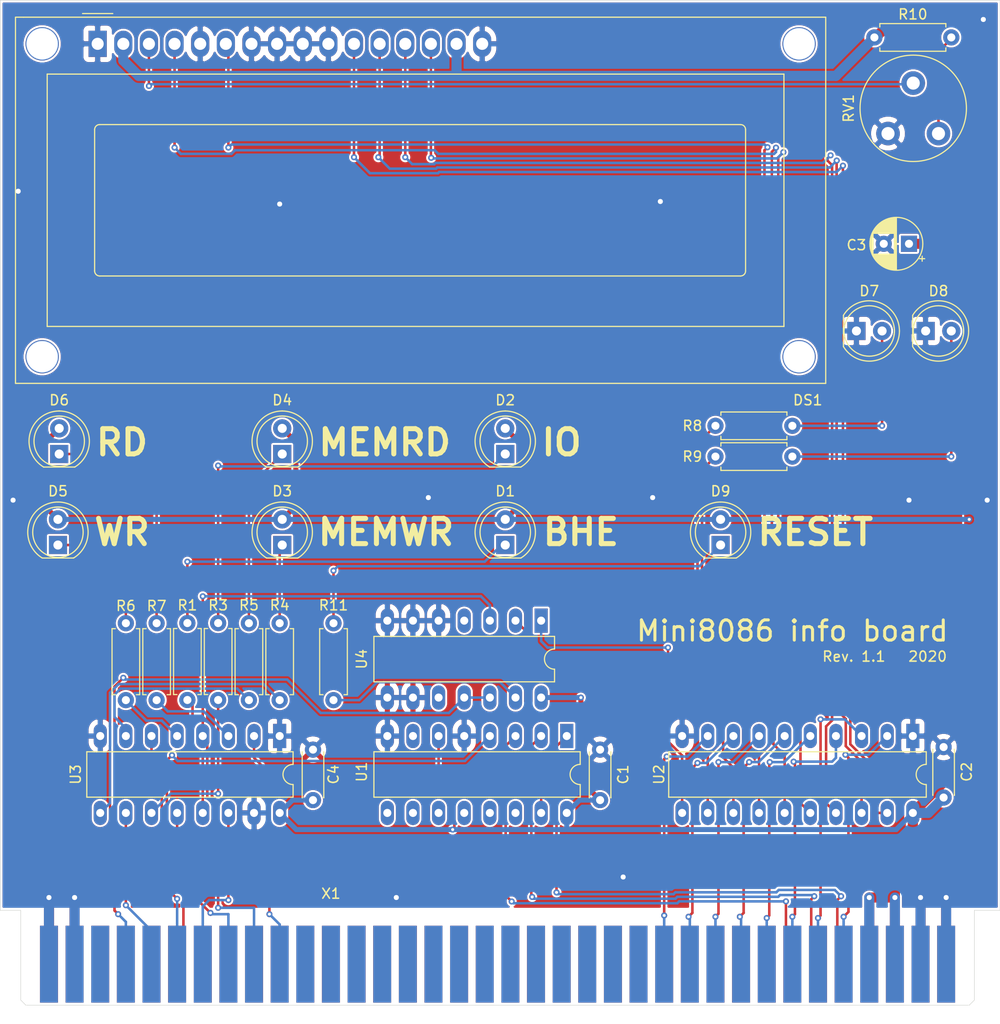
<source format=kicad_pcb>
(kicad_pcb (version 20171130) (host pcbnew "(5.1.6)-1")
  (layers (0 F.Cu signal) (31 B.Cu signal) (34 B.Paste user hide) (35 F.Paste user) (36 B.SilkS user hide) (37 F.SilkS user) (38 B.Mask user) (39 F.Mask user hide) (44 Edge.Cuts user))
  (net 0 "")
  (net 1 GND)
  (net 2 VCC)
  (net 3 D7)
  (net 4 D6)
  (net 5 D5)
  (net 6 D4)
  (net 7 D3)
  (net 8 D2)
  (net 9 D1)
  (net 10 D0)
  (net 11 ~WR)
  (net 12 A2)
  (net 13 A1)
  (net 14 A0)
  (net 15 "Net-(X1-Pad70)")
  (net 16 "Net-(X1-Pad34)")
  (net 17 "Net-(X1-Pad33)")
  (net 18 "Net-(X1-Pad32)")
  (net 19 "Net-(X1-Pad30)")
  (net 20 "Net-(X1-Pad29)")
  (net 21 "Net-(X1-Pad28)")
  (net 22 "Net-(X1-Pad26)")
  (net 23 "Net-(X1-Pad25)")
  (net 24 "Net-(U1-Pad7)")
  (net 25 "Net-(U1-Pad14)")
  (net 26 "Net-(U1-Pad13)")
  (net 27 "Net-(U1-Pad12)")
  (net 28 ~IO_DBG)
  (net 29 "Net-(U1-Pad11)")
  (net 30 "Net-(U1-Pad10)")
  (net 31 "Net-(U1-Pad9)")
  (net 32 "Net-(X1-Pad27)")
  (net 33 "Net-(X1-Pad62)")
  (net 34 "Net-(X1-Pad61)")
  (net 35 "Net-(X1-Pad60)")
  (net 36 "Net-(X1-Pad59)")
  (net 37 "Net-(X1-Pad58)")
  (net 38 "Net-(X1-Pad57)")
  (net 39 "Net-(DS1-Pad3)")
  (net 40 "Net-(R1-Pad1)")
  (net 41 "Net-(R3-Pad1)")
  (net 42 "Net-(R4-Pad1)")
  (net 43 "Net-(R5-Pad1)")
  (net 44 "Net-(R6-Pad1)")
  (net 45 "Net-(R7-Pad1)")
  (net 46 ~BHE)
  (net 47 ~IO)
  (net 48 ~MEMRD)
  (net 49 ~RD)
  (net 50 ~MEMWR)
  (net 51 "Net-(D7-Pad2)")
  (net 52 "Net-(D8-Pad2)")
  (net 53 /LCD/LCD_D7)
  (net 54 /LCD/LCD_D6)
  (net 55 /LCD/LCD_D5)
  (net 56 /LCD/LCD_D4)
  (net 57 /LCD/LCD_E)
  (net 58 /LCD/LCD_RS)
  (net 59 /LCD/LED1)
  (net 60 /LCD/LED0)
  (net 61 "Net-(R10-Pad1)")
  (net 62 "Net-(D1-Pad1)")
  (net 63 "Net-(D2-Pad1)")
  (net 64 "Net-(D3-Pad1)")
  (net 65 "Net-(D4-Pad1)")
  (net 66 "Net-(D5-Pad1)")
  (net 67 "Net-(D6-Pad1)")
  (net 68 "Net-(U2-Pad11)")
  (net 69 /LCD/~CS_LCDREG)
  (net 70 "Net-(U4-Pad4)")
  (net 71 "Net-(U4-Pad10)")
  (net 72 "Net-(X1-Pad24)")
  (net 73 "Net-(X1-Pad23)")
  (net 74 "Net-(X1-Pad22)")
  (net 75 "Net-(X1-Pad21)")
  (net 76 "Net-(X1-Pad20)")
  (net 77 "Net-(X1-Pad19)")
  (net 78 "Net-(X1-Pad18)")
  (net 79 "Net-(X1-Pad17)")
  (net 80 "Net-(X1-Pad16)")
  (net 81 "Net-(X1-Pad15)")
  (net 82 "Net-(X1-Pad14)")
  (net 83 "Net-(X1-Pad13)")
  (net 84 "Net-(X1-Pad12)")
  (net 85 "Net-(X1-Pad11)")
  (net 86 "Net-(X1-Pad10)")
  (net 87 "Net-(X1-Pad9)")
  (net 88 "Net-(X1-Pad8)")
  (net 89 "Net-(X1-Pad56)")
  (net 90 "Net-(X1-Pad55)")
  (net 91 "Net-(X1-Pad54)")
  (net 92 "Net-(X1-Pad53)")
  (net 93 "Net-(X1-Pad52)")
  (net 94 "Net-(X1-Pad51)")
  (net 95 "Net-(X1-Pad50)")
  (net 96 "Net-(X1-Pad49)")
  (net 97 "Net-(D9-Pad1)")
  (net 98 "Net-(R11-Pad1)")
  (net 99 RESET)
  (module Resistor_THT:R_Axial_DIN0207_L6.3mm_D2.5mm_P7.62mm_Horizontal (layer F.Cu) (at 109.22 120.142 90)
    (fp_text reference R11 (at 9.398 0 180) (layer F.SilkS))
    (fp_text value 220)
    (pad 2 thru_hole oval (at 7.62 0 90) (size 1.6 1.6) (drill 0.8) (layers *.Cu *.Mask) (net 97 "Net-(D9-Pad1)"))
    (pad 1 thru_hole circle (at 0 0 90) (size 1.6 1.6) (drill 0.8) (layers *.Cu *.Mask) (net 98 "Net-(R11-Pad1)"))
  )
  (module LED_THT:LED_D5.0mm (layer F.Cu) (at 147.574 104.775 90)
    (fp_text reference D9 (at 5.334 0 180) (layer F.SilkS))
    (fp_text value LED)
    (pad 2 thru_hole circle (at 2.54 0 90) (size 1.8 1.8) (drill 0.9) (layers *.Cu *.Mask) (net 2 VCC))
    (pad 1 thru_hole rect (at 0 0 90) (size 1.8 1.8) (drill 0.9) (layers *.Cu *.Mask) (net 97 "Net-(D9-Pad1)"))
  )
  (module LED_THT:LED_D5.0mm (layer F.Cu) (at 126.238 104.775 90)
    (fp_text reference D1 (at 5.334 0 180) (layer F.SilkS))
    (fp_text value LED)
    (pad 2 thru_hole circle (at 2.54 0 90) (size 1.8 1.8) (drill 0.9) (layers *.Cu *.Mask) (net 2 VCC))
    (pad 1 thru_hole rect (at 0 0 90) (size 1.8 1.8) (drill 0.9) (layers *.Cu *.Mask) (net 62 "Net-(D1-Pad1)"))
  )
  (module Package_DIP:DIP-14_W7.62mm_LongPads (layer F.Cu) (at 129.794 112.268 270)
    (fp_text reference U4 (at 3.81 17.78 90) (layer F.SilkS))
    (fp_text value 74HC02)
    (pad 14 thru_hole oval (at 7.62 0 270) (size 2.4 1.3) (drill 0.8) (layers *.Cu *.Mask) (net 2 VCC))
    (pad 7 thru_hole oval (at 0 15.24 270) (size 2.4 1.3) (drill 0.8) (layers *.Cu *.Mask) (net 1 GND))
    (pad 13 thru_hole oval (at 7.62 2.54 270) (size 2.4 1.3) (drill 0.8) (layers *.Cu *.Mask) (net 98 "Net-(R11-Pad1)"))
    (pad 6 thru_hole oval (at 0 12.7 270) (size 2.4 1.3) (drill 0.8) (layers *.Cu *.Mask) (net 1 GND))
    (pad 12 thru_hole oval (at 7.62 5.08 270) (size 2.4 1.3) (drill 0.8) (layers *.Cu *.Mask) (net 99 RESET))
    (pad 5 thru_hole oval (at 0 10.16 270) (size 2.4 1.3) (drill 0.8) (layers *.Cu *.Mask) (net 1 GND))
    (pad 11 thru_hole oval (at 7.62 7.62 270) (size 2.4 1.3) (drill 0.8) (layers *.Cu *.Mask) (net 99 RESET))
    (pad 4 thru_hole oval (at 0 7.62 270) (size 2.4 1.3) (drill 0.8) (layers *.Cu *.Mask) (net 70 "Net-(U4-Pad4)"))
    (pad 10 thru_hole oval (at 7.62 10.16 270) (size 2.4 1.3) (drill 0.8) (layers *.Cu *.Mask) (net 71 "Net-(U4-Pad10)"))
    (pad 3 thru_hole oval (at 0 5.08 270) (size 2.4 1.3) (drill 0.8) (layers *.Cu *.Mask) (net 11 ~WR))
    (pad 9 thru_hole oval (at 7.62 12.7 270) (size 2.4 1.3) (drill 0.8) (layers *.Cu *.Mask) (net 1 GND))
    (pad 2 thru_hole oval (at 0 2.54 270) (size 2.4 1.3) (drill 0.8) (layers *.Cu *.Mask) (net 69 /LCD/~CS_LCDREG))
    (pad 8 thru_hole oval (at 7.62 15.24 270) (size 2.4 1.3) (drill 0.8) (layers *.Cu *.Mask) (net 1 GND))
    (pad 1 thru_hole rect (at 0 0 270) (size 2.4 1.3) (drill 0.8) (layers *.Cu *.Mask) (net 68 "Net-(U2-Pad11)"))
  )
  (module Package_DIP:DIP-20_W7.62mm_LongPads (layer F.Cu) (at 166.624 123.698 270)
    (fp_text reference U2 (at 3.81 25.146 90) (layer F.SilkS))
    (fp_text value 74HC573)
    (pad 20 thru_hole oval (at 7.62 0 270) (size 2.4 1.3) (drill 0.8) (layers *.Cu *.Mask) (net 2 VCC))
    (pad 10 thru_hole oval (at 0 22.86 270) (size 2.4 1.3) (drill 0.8) (layers *.Cu *.Mask) (net 1 GND))
    (pad 19 thru_hole oval (at 7.62 2.54 270) (size 2.4 1.3) (drill 0.8) (layers *.Cu *.Mask) (net 56 /LCD/LCD_D4))
    (pad 9 thru_hole oval (at 0 20.32 270) (size 2.4 1.3) (drill 0.8) (layers *.Cu *.Mask) (net 3 D7))
    (pad 18 thru_hole oval (at 7.62 5.08 270) (size 2.4 1.3) (drill 0.8) (layers *.Cu *.Mask) (net 55 /LCD/LCD_D5))
    (pad 8 thru_hole oval (at 0 17.78 270) (size 2.4 1.3) (drill 0.8) (layers *.Cu *.Mask) (net 4 D6))
    (pad 17 thru_hole oval (at 7.62 7.62 270) (size 2.4 1.3) (drill 0.8) (layers *.Cu *.Mask) (net 54 /LCD/LCD_D6))
    (pad 7 thru_hole oval (at 0 15.24 270) (size 2.4 1.3) (drill 0.8) (layers *.Cu *.Mask) (net 5 D5))
    (pad 16 thru_hole oval (at 7.62 10.16 270) (size 2.4 1.3) (drill 0.8) (layers *.Cu *.Mask) (net 53 /LCD/LCD_D7))
    (pad 6 thru_hole oval (at 0 12.7 270) (size 2.4 1.3) (drill 0.8) (layers *.Cu *.Mask) (net 6 D4))
    (pad 15 thru_hole oval (at 7.62 12.7 270) (size 2.4 1.3) (drill 0.8) (layers *.Cu *.Mask) (net 58 /LCD/LCD_RS))
    (pad 5 thru_hole oval (at 0 10.16 270) (size 2.4 1.3) (drill 0.8) (layers *.Cu *.Mask) (net 7 D3))
    (pad 14 thru_hole oval (at 7.62 15.24 270) (size 2.4 1.3) (drill 0.8) (layers *.Cu *.Mask) (net 57 /LCD/LCD_E))
    (pad 4 thru_hole oval (at 0 7.62 270) (size 2.4 1.3) (drill 0.8) (layers *.Cu *.Mask) (net 8 D2))
    (pad 13 thru_hole oval (at 7.62 17.78 270) (size 2.4 1.3) (drill 0.8) (layers *.Cu *.Mask) (net 60 /LCD/LED0))
    (pad 3 thru_hole oval (at 0 5.08 270) (size 2.4 1.3) (drill 0.8) (layers *.Cu *.Mask) (net 9 D1))
    (pad 12 thru_hole oval (at 7.62 20.32 270) (size 2.4 1.3) (drill 0.8) (layers *.Cu *.Mask) (net 59 /LCD/LED1))
    (pad 2 thru_hole oval (at 0 2.54 270) (size 2.4 1.3) (drill 0.8) (layers *.Cu *.Mask) (net 10 D0))
    (pad 11 thru_hole oval (at 7.62 22.86 270) (size 2.4 1.3) (drill 0.8) (layers *.Cu *.Mask) (net 68 "Net-(U2-Pad11)"))
    (pad 1 thru_hole rect (at 0 0 270) (size 2.4 1.3) (drill 0.8) (layers *.Cu *.Mask) (net 1 GND))
  )
  (module Mini8086:BUS_72 (layer F.Cu) (at 169.926 146.304)
    (fp_text reference X1 (at -60.96 -6.99) (layer F.SilkS))
    (fp_text value Edge72)
    (pad 72 connect rect (at -88.9 0) (size 1.78 7.62) (layers B.Cu B.Mask) (net 1 GND))
    (pad 71 connect rect (at -86.36 0) (size 1.78 7.62) (layers B.Cu B.Mask) (net 1 GND))
    (pad 70 connect rect (at -83.82 0) (size 1.78 7.62) (layers B.Cu B.Mask) (net 15 "Net-(X1-Pad70)"))
    (pad 69 connect rect (at -81.28 0) (size 1.78 7.62) (layers B.Cu B.Mask) (net 99 RESET))
    (pad 68 connect rect (at -78.74 0) (size 1.78 7.62) (layers B.Cu B.Mask) (net 50 ~MEMWR))
    (pad 36 connect rect (at -88.9 0) (size 1.78 7.62) (layers F.Cu F.Mask) (net 1 GND))
    (pad 35 connect rect (at -86.36 0) (size 1.78 7.62) (layers F.Cu F.Mask) (net 1 GND))
    (pad 34 connect rect (at -83.82 0) (size 1.78 7.62) (layers F.Cu F.Mask) (net 16 "Net-(X1-Pad34)"))
    (pad 33 connect rect (at -81.28 0) (size 1.78 7.62) (layers F.Cu F.Mask) (net 17 "Net-(X1-Pad33)"))
    (pad 32 connect rect (at -78.74 0) (size 1.78 7.62) (layers F.Cu F.Mask) (net 18 "Net-(X1-Pad32)"))
    (pad 31 connect rect (at -76.2 0) (size 1.78 7.62) (layers F.Cu F.Mask) (net 28 ~IO_DBG))
    (pad 30 connect rect (at -73.66 0) (size 1.78 7.62) (layers F.Cu F.Mask) (net 19 "Net-(X1-Pad30)"))
    (pad 29 connect rect (at -71.12 0) (size 1.78 7.62) (layers F.Cu F.Mask) (net 20 "Net-(X1-Pad29)"))
    (pad 28 connect rect (at -68.58 0) (size 1.78 7.62) (layers F.Cu F.Mask) (net 21 "Net-(X1-Pad28)"))
    (pad 27 connect rect (at -66.04 0) (size 1.78 7.62) (layers F.Cu F.Mask) (net 32 "Net-(X1-Pad27)"))
    (pad 26 connect rect (at -63.5 0) (size 1.78 7.62) (layers F.Cu F.Mask) (net 22 "Net-(X1-Pad26)"))
    (pad 25 connect rect (at -60.96 0) (size 1.78 7.62) (layers F.Cu F.Mask) (net 23 "Net-(X1-Pad25)"))
    (pad 24 connect rect (at -58.42 0) (size 1.78 7.62) (layers F.Cu F.Mask) (net 72 "Net-(X1-Pad24)"))
    (pad 23 connect rect (at -55.88 0) (size 1.78 7.62) (layers F.Cu F.Mask) (net 73 "Net-(X1-Pad23)"))
    (pad 22 connect rect (at -53.34 0) (size 1.78 7.62) (layers F.Cu F.Mask) (net 74 "Net-(X1-Pad22)"))
    (pad 21 connect rect (at -50.8 0) (size 1.78 7.62) (layers F.Cu F.Mask) (net 75 "Net-(X1-Pad21)"))
    (pad 20 connect rect (at -48.26 0) (size 1.78 7.62) (layers F.Cu F.Mask) (net 76 "Net-(X1-Pad20)"))
    (pad 19 connect rect (at -45.72 0) (size 1.78 7.62) (layers F.Cu F.Mask) (net 77 "Net-(X1-Pad19)"))
    (pad 18 connect rect (at -43.18 0) (size 1.78 7.62) (layers F.Cu F.Mask) (net 78 "Net-(X1-Pad18)"))
    (pad 17 connect rect (at -40.64 0) (size 1.78 7.62) (layers F.Cu F.Mask) (net 79 "Net-(X1-Pad17)"))
    (pad 16 connect rect (at -38.1 0) (size 1.78 7.62) (layers F.Cu F.Mask) (net 80 "Net-(X1-Pad16)"))
    (pad 15 connect rect (at -35.56 0) (size 1.78 7.62) (layers F.Cu F.Mask) (net 81 "Net-(X1-Pad15)"))
    (pad 14 connect rect (at -33.02 0) (size 1.78 7.62) (layers F.Cu F.Mask) (net 82 "Net-(X1-Pad14)"))
    (pad 13 connect rect (at -30.48 0) (size 1.78 7.62) (layers F.Cu F.Mask) (net 83 "Net-(X1-Pad13)"))
    (pad 12 connect rect (at -27.94 0) (size 1.78 7.62) (layers F.Cu F.Mask) (net 84 "Net-(X1-Pad12)"))
    (pad 11 connect rect (at -25.4 0) (size 1.78 7.62) (layers F.Cu F.Mask) (net 85 "Net-(X1-Pad11)"))
    (pad 10 connect rect (at -22.86 0) (size 1.78 7.62) (layers F.Cu F.Mask) (net 86 "Net-(X1-Pad10)"))
    (pad 9 connect rect (at -20.32 0) (size 1.78 7.62) (layers F.Cu F.Mask) (net 87 "Net-(X1-Pad9)"))
    (pad 8 connect rect (at -17.78 0) (size 1.78 7.62) (layers F.Cu F.Mask) (net 88 "Net-(X1-Pad8)"))
    (pad 7 connect rect (at -15.24 0) (size 1.78 7.62) (layers F.Cu F.Mask) (net 12 A2))
    (pad 6 connect rect (at -12.7 0) (size 1.78 7.62) (layers F.Cu F.Mask) (net 13 A1))
    (pad 5 connect rect (at -10.16 0) (size 1.78 7.62) (layers F.Cu F.Mask) (net 14 A0))
    (pad 4 connect rect (at -7.62 0) (size 1.78 7.62) (layers F.Cu F.Mask) (net 2 VCC))
    (pad 3 connect rect (at -5.08 0) (size 1.78 7.62) (layers F.Cu F.Mask) (net 2 VCC))
    (pad 2 connect rect (at -2.54 0) (size 1.78 7.62) (layers F.Cu F.Mask) (net 1 GND))
    (pad 1 connect rect (at 0 0) (size 1.78 7.62) (layers F.Cu F.Mask) (net 1 GND))
    (pad 67 connect rect (at -76.2 0) (size 1.78 7.62) (layers B.Cu B.Mask) (net 48 ~MEMRD))
    (pad 66 connect rect (at -73.66 0) (size 1.78 7.62) (layers B.Cu B.Mask) (net 46 ~BHE))
    (pad 65 connect rect (at -71.12 0) (size 1.78 7.62) (layers B.Cu B.Mask) (net 47 ~IO))
    (pad 64 connect rect (at -68.58 0) (size 1.78 7.62) (layers B.Cu B.Mask) (net 11 ~WR))
    (pad 63 connect rect (at -66.04 0) (size 1.78 7.62) (layers B.Cu B.Mask) (net 49 ~RD))
    (pad 62 connect rect (at -63.5 0) (size 1.78 7.62) (layers B.Cu B.Mask) (net 33 "Net-(X1-Pad62)"))
    (pad 61 connect rect (at -60.96 0) (size 1.78 7.62) (layers B.Cu B.Mask) (net 34 "Net-(X1-Pad61)"))
    (pad 60 connect rect (at -58.42 0) (size 1.78 7.62) (layers B.Cu B.Mask) (net 35 "Net-(X1-Pad60)"))
    (pad 59 connect rect (at -55.88 0) (size 1.78 7.62) (layers B.Cu B.Mask) (net 36 "Net-(X1-Pad59)"))
    (pad 58 connect rect (at -53.34 0) (size 1.78 7.62) (layers B.Cu B.Mask) (net 37 "Net-(X1-Pad58)"))
    (pad 57 connect rect (at -50.8 0) (size 1.78 7.62) (layers B.Cu B.Mask) (net 38 "Net-(X1-Pad57)"))
    (pad 56 connect rect (at -48.26 0) (size 1.78 7.62) (layers B.Cu B.Mask) (net 89 "Net-(X1-Pad56)"))
    (pad 55 connect rect (at -45.72 0) (size 1.78 7.62) (layers B.Cu B.Mask) (net 90 "Net-(X1-Pad55)"))
    (pad 54 connect rect (at -43.18 0) (size 1.78 7.62) (layers B.Cu B.Mask) (net 91 "Net-(X1-Pad54)"))
    (pad 53 connect rect (at -40.64 0) (size 1.78 7.62) (layers B.Cu B.Mask) (net 92 "Net-(X1-Pad53)"))
    (pad 52 connect rect (at -38.1 0) (size 1.78 7.62) (layers B.Cu B.Mask) (net 93 "Net-(X1-Pad52)"))
    (pad 51 connect rect (at -35.56 0) (size 1.78 7.62) (layers B.Cu B.Mask) (net 94 "Net-(X1-Pad51)"))
    (pad 50 connect rect (at -33.02 0) (size 1.78 7.62) (layers B.Cu B.Mask) (net 95 "Net-(X1-Pad50)"))
    (pad 49 connect rect (at -30.48 0) (size 1.78 7.62) (layers B.Cu B.Mask) (net 96 "Net-(X1-Pad49)"))
    (pad 48 connect rect (at -27.94 0) (size 1.78 7.62) (layers B.Cu B.Mask) (net 3 D7))
    (pad 47 connect rect (at -25.4 0) (size 1.78 7.62) (layers B.Cu B.Mask) (net 4 D6))
    (pad 46 connect rect (at -22.86 0) (size 1.78 7.62) (layers B.Cu B.Mask) (net 5 D5))
    (pad 45 connect rect (at -20.32 0) (size 1.78 7.62) (layers B.Cu B.Mask) (net 6 D4))
    (pad 44 connect rect (at -17.78 0) (size 1.78 7.62) (layers B.Cu B.Mask) (net 7 D3))
    (pad 43 connect rect (at -15.24 0) (size 1.78 7.62) (layers B.Cu B.Mask) (net 8 D2))
    (pad 42 connect rect (at -12.7 0) (size 1.78 7.62) (layers B.Cu B.Mask) (net 9 D1))
    (pad 41 connect rect (at -10.16 0) (size 1.78 7.62) (layers B.Cu B.Mask) (net 10 D0))
    (pad 40 connect rect (at -7.62 0) (size 1.78 7.62) (layers B.Cu B.Mask) (net 2 VCC))
    (pad 39 connect rect (at -5.08 0) (size 1.78 7.62) (layers B.Cu B.Mask) (net 2 VCC))
    (pad 38 connect rect (at -2.54 0) (size 1.78 7.62) (layers B.Cu B.Mask) (net 1 GND))
    (pad 37 connect rect (at 0 0) (size 1.78 7.62) (layers B.Cu B.Mask) (net 1 GND))
  )
  (module Resistor_THT:R_Axial_DIN0207_L6.3mm_D2.5mm_P7.62mm_Horizontal (layer F.Cu) (at 170.434 54.483 180)
    (fp_text reference R10 (at 3.81 2.286) (layer F.SilkS))
    (fp_text value 22K)
    (pad 2 thru_hole oval (at 7.62 0 180) (size 1.6 1.6) (drill 0.8) (layers *.Cu *.Mask) (net 2 VCC))
    (pad 1 thru_hole circle (at 0 0 180) (size 1.6 1.6) (drill 0.8) (layers *.Cu *.Mask) (net 61 "Net-(R10-Pad1)"))
  )
  (module Potentiometer_THT:Potentiometer_Piher_PT-10-V05_Vertical (layer F.Cu) (at 169.164 64.008 90)
    (fp_text reference RV1 (at 2.5 -8.9 90) (layer F.SilkS))
    (fp_text value 10K)
    (pad 1 thru_hole circle (at 0 0 90) (size 2.34 2.34) (drill 1.3) (layers *.Cu *.Mask) (net 61 "Net-(R10-Pad1)"))
    (pad 2 thru_hole circle (at 5 -2.5 90) (size 2.34 2.34) (drill 1.3) (layers *.Cu *.Mask) (net 39 "Net-(DS1-Pad3)"))
    (pad 3 thru_hole circle (at 0 -5 90) (size 2.34 2.34) (drill 1.3) (layers *.Cu *.Mask) (net 1 GND))
  )
  (module Resistor_THT:R_Axial_DIN0207_L6.3mm_D2.5mm_P7.62mm_Horizontal (layer F.Cu) (at 147.066 96.012)
    (fp_text reference R9 (at -2.286 0) (layer F.SilkS))
    (fp_text value 220)
    (pad 2 thru_hole oval (at 7.62 0) (size 1.6 1.6) (drill 0.8) (layers *.Cu *.Mask) (net 52 "Net-(D8-Pad2)"))
    (pad 1 thru_hole circle (at 0 0) (size 1.6 1.6) (drill 0.8) (layers *.Cu *.Mask) (net 60 /LCD/LED0))
  )
  (module Resistor_THT:R_Axial_DIN0207_L6.3mm_D2.5mm_P7.62mm_Horizontal (layer F.Cu) (at 147.066 92.964)
    (fp_text reference R8 (at -2.286 0) (layer F.SilkS))
    (fp_text value 220)
    (pad 2 thru_hole oval (at 7.62 0) (size 1.6 1.6) (drill 0.8) (layers *.Cu *.Mask) (net 51 "Net-(D7-Pad2)"))
    (pad 1 thru_hole circle (at 0 0) (size 1.6 1.6) (drill 0.8) (layers *.Cu *.Mask) (net 59 /LCD/LED1))
  )
  (module LED_THT:LED_D5.0mm (layer F.Cu) (at 167.894 83.566)
    (fp_text reference D8 (at 1.27 -3.96) (layer F.SilkS))
    (fp_text value LED)
    (pad 2 thru_hole circle (at 2.54 0) (size 1.8 1.8) (drill 0.9) (layers *.Cu *.Mask) (net 52 "Net-(D8-Pad2)"))
    (pad 1 thru_hole rect (at 0 0) (size 1.8 1.8) (drill 0.9) (layers *.Cu *.Mask) (net 1 GND))
  )
  (module LED_THT:LED_D5.0mm (layer F.Cu) (at 161.036 83.566)
    (fp_text reference D7 (at 1.27 -3.96) (layer F.SilkS))
    (fp_text value LED)
    (pad 2 thru_hole circle (at 2.54 0) (size 1.8 1.8) (drill 0.9) (layers *.Cu *.Mask) (net 51 "Net-(D7-Pad2)"))
    (pad 1 thru_hole rect (at 0 0) (size 1.8 1.8) (drill 0.9) (layers *.Cu *.Mask) (net 1 GND))
  )
  (module Capacitor_THT:C_Disc_D4.3mm_W1.9mm_P5.00mm (layer F.Cu) (at 107.188 130.048 90)
    (fp_text reference C4 (at 2.54 2.032 90) (layer F.SilkS))
    (fp_text value 100n)
    (pad 2 thru_hole circle (at 5 0 90) (size 1.6 1.6) (drill 0.8) (layers *.Cu *.Mask) (net 1 GND))
    (pad 1 thru_hole circle (at 0 0 90) (size 1.6 1.6) (drill 0.8) (layers *.Cu *.Mask) (net 2 VCC))
  )
  (module Package_DIP:DIP-16_W7.62mm_LongPads (layer F.Cu) (at 103.886 123.698 270)
    (fp_text reference U3 (at 3.81 20.214 90) (layer F.SilkS))
    (fp_text value 74LS367)
    (pad 16 thru_hole oval (at 7.62 0 270) (size 2.4 1.3) (drill 0.8) (layers *.Cu *.Mask) (net 2 VCC))
    (pad 8 thru_hole oval (at 0 17.78 270) (size 2.4 1.3) (drill 0.8) (layers *.Cu *.Mask) (net 1 GND))
    (pad 15 thru_hole oval (at 7.62 2.54 270) (size 2.4 1.3) (drill 0.8) (layers *.Cu *.Mask) (net 1 GND))
    (pad 7 thru_hole oval (at 0 15.24 270) (size 2.4 1.3) (drill 0.8) (layers *.Cu *.Mask) (net 43 "Net-(R5-Pad1)"))
    (pad 14 thru_hole oval (at 7.62 5.08 270) (size 2.4 1.3) (drill 0.8) (layers *.Cu *.Mask) (net 46 ~BHE))
    (pad 6 thru_hole oval (at 0 12.7 270) (size 2.4 1.3) (drill 0.8) (layers *.Cu *.Mask) (net 48 ~MEMRD))
    (pad 13 thru_hole oval (at 7.62 7.62 270) (size 2.4 1.3) (drill 0.8) (layers *.Cu *.Mask) (net 40 "Net-(R1-Pad1)"))
    (pad 5 thru_hole oval (at 0 10.16 270) (size 2.4 1.3) (drill 0.8) (layers *.Cu *.Mask) (net 44 "Net-(R6-Pad1)"))
    (pad 12 thru_hole oval (at 7.62 10.16 270) (size 2.4 1.3) (drill 0.8) (layers *.Cu *.Mask) (net 47 ~IO))
    (pad 4 thru_hole oval (at 0 7.62 270) (size 2.4 1.3) (drill 0.8) (layers *.Cu *.Mask) (net 11 ~WR))
    (pad 11 thru_hole oval (at 7.62 12.7 270) (size 2.4 1.3) (drill 0.8) (layers *.Cu *.Mask) (net 41 "Net-(R3-Pad1)"))
    (pad 3 thru_hole oval (at 0 5.08 270) (size 2.4 1.3) (drill 0.8) (layers *.Cu *.Mask) (net 45 "Net-(R7-Pad1)"))
    (pad 10 thru_hole oval (at 7.62 15.24 270) (size 2.4 1.3) (drill 0.8) (layers *.Cu *.Mask) (net 50 ~MEMWR))
    (pad 2 thru_hole oval (at 0 2.54 270) (size 2.4 1.3) (drill 0.8) (layers *.Cu *.Mask) (net 49 ~RD))
    (pad 9 thru_hole oval (at 7.62 17.78 270) (size 2.4 1.3) (drill 0.8) (layers *.Cu *.Mask) (net 42 "Net-(R4-Pad1)"))
    (pad 1 thru_hole rect (at 0 0 270) (size 2.4 1.3) (drill 0.8) (layers *.Cu *.Mask) (net 1 GND))
  )
  (module Resistor_THT:R_Axial_DIN0207_L6.3mm_D2.5mm_P7.62mm_Horizontal (layer F.Cu) (at 91.694 120.142 90)
    (fp_text reference R7 (at 9.3345 0 180) (layer F.SilkS))
    (fp_text value 220)
    (pad 2 thru_hole oval (at 7.62 0 90) (size 1.6 1.6) (drill 0.8) (layers *.Cu *.Mask) (net 67 "Net-(D6-Pad1)"))
    (pad 1 thru_hole circle (at 0 0 90) (size 1.6 1.6) (drill 0.8) (layers *.Cu *.Mask) (net 45 "Net-(R7-Pad1)"))
  )
  (module Resistor_THT:R_Axial_DIN0207_L6.3mm_D2.5mm_P7.62mm_Horizontal (layer F.Cu) (at 88.646 120.142 90)
    (fp_text reference R6 (at 9.3345 0 180) (layer F.SilkS))
    (fp_text value 220)
    (pad 2 thru_hole oval (at 7.62 0 90) (size 1.6 1.6) (drill 0.8) (layers *.Cu *.Mask) (net 66 "Net-(D5-Pad1)"))
    (pad 1 thru_hole circle (at 0 0 90) (size 1.6 1.6) (drill 0.8) (layers *.Cu *.Mask) (net 44 "Net-(R6-Pad1)"))
  )
  (module Resistor_THT:R_Axial_DIN0207_L6.3mm_D2.5mm_P7.62mm_Horizontal (layer F.Cu) (at 100.838 120.142 90)
    (fp_text reference R5 (at 9.398 0 180) (layer F.SilkS))
    (fp_text value 220)
    (pad 2 thru_hole oval (at 7.62 0 90) (size 1.6 1.6) (drill 0.8) (layers *.Cu *.Mask) (net 65 "Net-(D4-Pad1)"))
    (pad 1 thru_hole circle (at 0 0 90) (size 1.6 1.6) (drill 0.8) (layers *.Cu *.Mask) (net 43 "Net-(R5-Pad1)"))
  )
  (module Resistor_THT:R_Axial_DIN0207_L6.3mm_D2.5mm_P7.62mm_Horizontal (layer F.Cu) (at 103.886 120.142 90)
    (fp_text reference R4 (at 9.398 0 180) (layer F.SilkS))
    (fp_text value 220)
    (pad 2 thru_hole oval (at 7.62 0 90) (size 1.6 1.6) (drill 0.8) (layers *.Cu *.Mask) (net 64 "Net-(D3-Pad1)"))
    (pad 1 thru_hole circle (at 0 0 90) (size 1.6 1.6) (drill 0.8) (layers *.Cu *.Mask) (net 42 "Net-(R4-Pad1)"))
  )
  (module Resistor_THT:R_Axial_DIN0207_L6.3mm_D2.5mm_P7.62mm_Horizontal (layer F.Cu) (at 97.79 120.128 90)
    (fp_text reference R3 (at 9.384 0 180) (layer F.SilkS))
    (fp_text value 220)
    (pad 2 thru_hole oval (at 7.62 0 90) (size 1.6 1.6) (drill 0.8) (layers *.Cu *.Mask) (net 63 "Net-(D2-Pad1)"))
    (pad 1 thru_hole circle (at 0 0 90) (size 1.6 1.6) (drill 0.8) (layers *.Cu *.Mask) (net 41 "Net-(R3-Pad1)"))
  )
  (module Resistor_THT:R_Axial_DIN0207_L6.3mm_D2.5mm_P7.62mm_Horizontal (layer F.Cu) (at 94.742 120.128 90)
    (fp_text reference R1 (at 9.384 0 180) (layer F.SilkS))
    (fp_text value 220)
    (pad 2 thru_hole oval (at 7.62 0 90) (size 1.6 1.6) (drill 0.8) (layers *.Cu *.Mask) (net 62 "Net-(D1-Pad1)"))
    (pad 1 thru_hole circle (at 0 0 90) (size 1.6 1.6) (drill 0.8) (layers *.Cu *.Mask) (net 40 "Net-(R1-Pad1)"))
  )
  (module LED_THT:LED_D5.0mm (layer F.Cu) (at 82.042 95.758 90)
    (fp_text reference D6 (at 5.334 0 180) (layer F.SilkS))
    (fp_text value LED)
    (pad 2 thru_hole circle (at 2.54 0 90) (size 1.8 1.8) (drill 0.9) (layers *.Cu *.Mask) (net 2 VCC))
    (pad 1 thru_hole rect (at 0 0 90) (size 1.8 1.8) (drill 0.9) (layers *.Cu *.Mask) (net 67 "Net-(D6-Pad1)"))
  )
  (module LED_THT:LED_D5.0mm (layer F.Cu) (at 81.915 104.775 90)
    (fp_text reference D5 (at 5.334 0 180) (layer F.SilkS))
    (fp_text value LED)
    (pad 2 thru_hole circle (at 2.54 0 90) (size 1.8 1.8) (drill 0.9) (layers *.Cu *.Mask) (net 2 VCC))
    (pad 1 thru_hole rect (at 0 0 90) (size 1.8 1.8) (drill 0.9) (layers *.Cu *.Mask) (net 66 "Net-(D5-Pad1)"))
  )
  (module LED_THT:LED_D5.0mm (layer F.Cu) (at 104.14 95.758 90)
    (fp_text reference D4 (at 5.334 0 180) (layer F.SilkS))
    (fp_text value LED)
    (pad 2 thru_hole circle (at 2.54 0 90) (size 1.8 1.8) (drill 0.9) (layers *.Cu *.Mask) (net 2 VCC))
    (pad 1 thru_hole rect (at 0 0 90) (size 1.8 1.8) (drill 0.9) (layers *.Cu *.Mask) (net 65 "Net-(D4-Pad1)"))
  )
  (module LED_THT:LED_D5.0mm (layer F.Cu) (at 104.14 104.775 90)
    (fp_text reference D3 (at 5.334 0 180) (layer F.SilkS))
    (fp_text value LED)
    (pad 2 thru_hole circle (at 2.54 0 90) (size 1.8 1.8) (drill 0.9) (layers *.Cu *.Mask) (net 2 VCC))
    (pad 1 thru_hole rect (at 0 0 90) (size 1.8 1.8) (drill 0.9) (layers *.Cu *.Mask) (net 64 "Net-(D3-Pad1)"))
  )
  (module LED_THT:LED_D5.0mm (layer F.Cu) (at 126.238 95.758 90)
    (fp_text reference D2 (at 5.334 0 180) (layer F.SilkS))
    (fp_text value LED)
    (pad 2 thru_hole circle (at 2.54 0 90) (size 1.8 1.8) (drill 0.9) (layers *.Cu *.Mask) (net 2 VCC))
    (pad 1 thru_hole rect (at 0 0 90) (size 1.8 1.8) (drill 0.9) (layers *.Cu *.Mask) (net 63 "Net-(D2-Pad1)"))
  )
  (module Capacitor_THT:CP_Radial_D5.0mm_P2.50mm (layer F.Cu) (at 166.243 74.93 180)
    (fp_text reference C3 (at 5.207 -0.127) (layer F.SilkS))
    (fp_text value 100u)
    (pad 2 thru_hole circle (at 2.5 0 180) (size 1.6 1.6) (drill 0.8) (layers *.Cu *.Mask) (net 1 GND))
    (pad 1 thru_hole rect (at 0 0 180) (size 1.6 1.6) (drill 0.8) (layers *.Cu *.Mask) (net 2 VCC))
  )
  (module Capacitor_THT:C_Disc_D4.3mm_W1.9mm_P5.00mm (layer F.Cu) (at 169.672 129.794 90)
    (fp_text reference C2 (at 2.54 2.286 90) (layer F.SilkS))
    (fp_text value 100n)
    (pad 2 thru_hole circle (at 5 0 90) (size 1.6 1.6) (drill 0.8) (layers *.Cu *.Mask) (net 1 GND))
    (pad 1 thru_hole circle (at 0 0 90) (size 1.6 1.6) (drill 0.8) (layers *.Cu *.Mask) (net 2 VCC))
  )
  (module Capacitor_THT:C_Disc_D4.3mm_W1.9mm_P5.00mm (layer F.Cu) (at 135.636 130.048 90)
    (fp_text reference C1 (at 2.54 2.286 90) (layer F.SilkS))
    (fp_text value 100n)
    (pad 2 thru_hole circle (at 5 0 90) (size 1.6 1.6) (drill 0.8) (layers *.Cu *.Mask) (net 1 GND))
    (pad 1 thru_hole circle (at 0 0 90) (size 1.6 1.6) (drill 0.8) (layers *.Cu *.Mask) (net 2 VCC))
  )
  (module Display:WC1602A (layer F.Cu) (at 85.852 55.118)
    (fp_text reference DS1 (at 70.358 35.306) (layer F.SilkS))
    (fp_text value WC1602A)
    (pad "" thru_hole circle (at 69.5 0) (size 3.3 3.3) (drill 3.1) (layers *.Cu *.Mask))
    (pad "" thru_hole circle (at 69.49948 31.0007) (size 3.3 3.3) (drill 3.1) (layers *.Cu *.Mask))
    (pad "" thru_hole circle (at -5.4991 31.0007) (size 3.3 3.3) (drill 3.1) (layers *.Cu *.Mask))
    (pad "" thru_hole circle (at -5.4991 0) (size 3.3 3.3) (drill 3.1) (layers *.Cu *.Mask))
    (pad 16 thru_hole oval (at 38.1 0) (size 1.8 2.6) (drill 1.2) (layers *.Cu *.Mask) (net 1 GND))
    (pad 15 thru_hole oval (at 35.56 0) (size 1.8 2.6) (drill 1.2) (layers *.Cu *.Mask) (net 2 VCC))
    (pad 14 thru_hole oval (at 33.02 0) (size 1.8 2.6) (drill 1.2) (layers *.Cu *.Mask) (net 53 /LCD/LCD_D7))
    (pad 13 thru_hole oval (at 30.48 0) (size 1.8 2.6) (drill 1.2) (layers *.Cu *.Mask) (net 54 /LCD/LCD_D6))
    (pad 12 thru_hole oval (at 27.94 0) (size 1.8 2.6) (drill 1.2) (layers *.Cu *.Mask) (net 55 /LCD/LCD_D5))
    (pad 11 thru_hole oval (at 25.4 0) (size 1.8 2.6) (drill 1.2) (layers *.Cu *.Mask) (net 56 /LCD/LCD_D4))
    (pad 10 thru_hole oval (at 22.86 0) (size 1.8 2.6) (drill 1.2) (layers *.Cu *.Mask) (net 1 GND))
    (pad 9 thru_hole oval (at 20.32 0) (size 1.8 2.6) (drill 1.2) (layers *.Cu *.Mask) (net 1 GND))
    (pad 8 thru_hole oval (at 17.78 0) (size 1.8 2.6) (drill 1.2) (layers *.Cu *.Mask) (net 1 GND))
    (pad 7 thru_hole oval (at 15.24 0) (size 1.8 2.6) (drill 1.2) (layers *.Cu *.Mask) (net 1 GND))
    (pad 6 thru_hole oval (at 12.7 0) (size 1.8 2.6) (drill 1.2) (layers *.Cu *.Mask) (net 57 /LCD/LCD_E))
    (pad 5 thru_hole oval (at 10.16 0) (size 1.8 2.6) (drill 1.2) (layers *.Cu *.Mask) (net 1 GND))
    (pad 4 thru_hole oval (at 7.62 0) (size 1.8 2.6) (drill 1.2) (layers *.Cu *.Mask) (net 58 /LCD/LCD_RS))
    (pad 3 thru_hole oval (at 5.08 0) (size 1.8 2.6) (drill 1.2) (layers *.Cu *.Mask) (net 39 "Net-(DS1-Pad3)"))
    (pad 2 thru_hole oval (at 2.54 0) (size 1.8 2.6) (drill 1.2) (layers *.Cu *.Mask) (net 2 VCC))
    (pad 1 thru_hole rect (at 0 0) (size 1.8 2.6) (drill 1.2) (layers *.Cu *.Mask) (net 1 GND))
  )
  (module Package_DIP:DIP-16_W7.62mm_LongPads (layer F.Cu) (at 132.334 123.698 270)
    (fp_text reference U1 (at 3.556 20.32 90) (layer F.SilkS))
    (fp_text value 74HC138)
    (pad 16 thru_hole oval (at 7.62 0 270) (size 2.4 1.3) (drill 0.8) (layers *.Cu *.Mask) (net 2 VCC))
    (pad 8 thru_hole oval (at 0 17.78 270) (size 2.4 1.3) (drill 0.8) (layers *.Cu *.Mask) (net 1 GND))
    (pad 15 thru_hole oval (at 7.62 2.54 270) (size 2.4 1.3) (drill 0.8) (layers *.Cu *.Mask) (net 69 /LCD/~CS_LCDREG))
    (pad 7 thru_hole oval (at 0 15.24 270) (size 2.4 1.3) (drill 0.8) (layers *.Cu *.Mask) (net 24 "Net-(U1-Pad7)"))
    (pad 14 thru_hole oval (at 7.62 5.08 270) (size 2.4 1.3) (drill 0.8) (layers *.Cu *.Mask) (net 25 "Net-(U1-Pad14)"))
    (pad 6 thru_hole oval (at 0 12.7 270) (size 2.4 1.3) (drill 0.8) (layers *.Cu *.Mask) (net 2 VCC))
    (pad 13 thru_hole oval (at 7.62 7.62 270) (size 2.4 1.3) (drill 0.8) (layers *.Cu *.Mask) (net 26 "Net-(U1-Pad13)"))
    (pad 5 thru_hole oval (at 0 10.16 270) (size 2.4 1.3) (drill 0.8) (layers *.Cu *.Mask) (net 1 GND))
    (pad 12 thru_hole oval (at 7.62 10.16 270) (size 2.4 1.3) (drill 0.8) (layers *.Cu *.Mask) (net 27 "Net-(U1-Pad12)"))
    (pad 4 thru_hole oval (at 0 7.62 270) (size 2.4 1.3) (drill 0.8) (layers *.Cu *.Mask) (net 28 ~IO_DBG))
    (pad 11 thru_hole oval (at 7.62 12.7 270) (size 2.4 1.3) (drill 0.8) (layers *.Cu *.Mask) (net 29 "Net-(U1-Pad11)"))
    (pad 3 thru_hole oval (at 0 5.08 270) (size 2.4 1.3) (drill 0.8) (layers *.Cu *.Mask) (net 12 A2))
    (pad 10 thru_hole oval (at 7.62 15.24 270) (size 2.4 1.3) (drill 0.8) (layers *.Cu *.Mask) (net 30 "Net-(U1-Pad10)"))
    (pad 2 thru_hole oval (at 0 2.54 270) (size 2.4 1.3) (drill 0.8) (layers *.Cu *.Mask) (net 13 A1))
    (pad 9 thru_hole oval (at 7.62 17.78 270) (size 2.4 1.3) (drill 0.8) (layers *.Cu *.Mask) (net 31 "Net-(U1-Pad9)"))
    (pad 1 thru_hole rect (at 0 0 270) (size 2.4 1.3) (drill 0.8) (layers *.Cu *.Mask) (net 14 A0))
  )
  (gr_text RESET (at 156.972 103.505) (layer F.SilkS) (effects (font (size 2.5 2.5) (thickness 0.5))))
  (gr_line (start 78.232 149.86) (end 78.232 140.97) (layer Edge.Cuts) (width 0.05))
  (gr_line (start 78.74 150.368) (end 78.232 149.86) (layer Edge.Cuts) (width 0.05))
  (gr_line (start 172.212 150.368) (end 78.74 150.368) (layer Edge.Cuts) (width 0.05))
  (gr_line (start 172.72 149.86) (end 172.212 150.368) (layer Edge.Cuts) (width 0.05))
  (gr_line (start 172.72 140.97) (end 172.72 149.86) (layer Edge.Cuts) (width 0.05))
  (gr_text "Rev. 1.1   2020" (at 163.83 115.824) (layer F.SilkS) (effects (font (size 1 1))))
  (gr_text "Mini8086 info board" (at 154.686 113.284) (layer F.SilkS) (effects (font (size 2 2) (thickness 0.3))))
  (gr_text BHE (at 133.731 103.505) (layer F.SilkS) (effects (font (size 2.5 2.5) (thickness 0.5))))
  (gr_text IO (at 131.826 94.615) (layer F.SilkS) (effects (font (size 2.5 2.5) (thickness 0.5))))
  (gr_text MEMWR (at 114.427 103.505) (layer F.SilkS) (effects (font (size 2.5 2.5) (thickness 0.5))))
  (gr_text MEMRD (at 114.3 94.615) (layer F.SilkS) (effects (font (size 2.5 2.5) (thickness 0.5))))
  (gr_text WR (at 88.265 103.505) (layer F.SilkS) (effects (font (size 2.5 2.5) (thickness 0.5))))
  (gr_text RD (at 88.265 94.615) (layer F.SilkS) (effects (font (size 2.5 2.5) (thickness 0.5))))
  (gr_line (start 175.26 50.8) (end 175.26 140.97) (layer Edge.Cuts) (width 0.05))
  (gr_line (start 76.2 50.8) (end 175.26 50.8) (layer Edge.Cuts) (width 0.05))
  (gr_line (start 76.2 50.8) (end 76.2 140.97) (layer Edge.Cuts) (width 0.05))
  (gr_line (start 172.72 140.97) (end 175.26 140.97) (layer Edge.Cuts) (width 0.05))
  (gr_line (start 78.232 140.97) (end 76.2 140.97) (layer Edge.Cuts) (width 0.05))
  (segment (start 83.566 146.304) (end 83.566 139.7) (width 1) (layer F.Cu) (net 1))
  (via (at 83.566 139.7) (size 0.8) (drill 0.5) (layers F.Cu B.Cu) (net 1))
  (segment (start 81.026 146.304) (end 81.026 139.7) (width 1) (layer F.Cu) (net 1))
  (via (at 81.026 139.7) (size 0.8) (drill 0.5) (layers F.Cu B.Cu) (net 1))
  (segment (start 167.386 146.304) (end 167.386 139.7) (width 1) (layer F.Cu) (net 1))
  (via (at 167.386 139.7) (size 0.8) (drill 0.5) (layers F.Cu B.Cu) (net 1))
  (segment (start 169.926 146.304) (end 169.926 139.7) (width 1) (layer F.Cu) (net 1))
  (via (at 169.926 139.7) (size 0.8) (drill 0.5) (layers F.Cu B.Cu) (net 1))
  (segment (start 81.026 146.304) (end 81.026 139.7) (width 1) (layer B.Cu) (net 1))
  (segment (start 83.566 146.304) (end 83.566 139.7) (width 1) (layer B.Cu) (net 1))
  (segment (start 167.386 146.304) (end 167.386 139.7) (width 1) (layer B.Cu) (net 1))
  (segment (start 169.926 146.304) (end 169.926 139.7) (width 1) (layer B.Cu) (net 1))
  (via (at 115.443 139.7) (size 0.8) (drill 0.5) (layers F.Cu B.Cu) (net 1))
  (via (at 77.47 100.33) (size 0.8) (drill 0.5) (layers F.Cu B.Cu) (net 1))
  (via (at 173.99 100.33) (size 0.8) (drill 0.5) (layers F.Cu B.Cu) (net 1))
  (via (at 118.618 100.076) (size 0.8) (drill 0.5) (layers F.Cu B.Cu) (net 1))
  (via (at 140.843 100.076) (size 0.8) (drill 0.5) (layers F.Cu B.Cu) (net 1))
  (via (at 166.243 100.33) (size 0.8) (drill 0.5) (layers F.Cu B.Cu) (net 1))
  (via (at 77.978 69.723) (size 0.8) (drill 0.5) (layers F.Cu B.Cu) (net 1))
  (via (at 173.609 52.705) (size 0.8) (drill 0.5) (layers F.Cu B.Cu) (net 1))
  (via (at 141.605 70.739) (size 0.8) (drill 0.5) (layers F.Cu B.Cu) (net 1))
  (via (at 103.886 70.993) (size 0.8) (drill 0.5) (layers F.Cu B.Cu) (net 1))
  (via (at 137.922 137.668) (size 0.8) (drill 0.5) (layers F.Cu B.Cu) (net 1))
  (segment (start 164.846 146.304) (end 164.846 139.7) (width 1) (layer B.Cu) (net 2))
  (segment (start 162.306 146.304) (end 162.306 139.7) (width 1) (layer B.Cu) (net 2))
  (segment (start 164.846 146.304) (end 164.846 139.7) (width 1) (layer F.Cu) (net 2))
  (segment (start 162.306 146.304) (end 162.306 139.7) (width 1) (layer F.Cu) (net 2))
  (segment (start 164.846 139.7) (end 164.846 139.7) (width 1) (layer F.Cu) (net 2))
  (via (at 164.846 139.7) (size 0.8) (drill 0.5) (layers F.Cu B.Cu) (net 2))
  (segment (start 162.306 139.7) (end 162.306 139.7) (width 1) (layer F.Cu) (net 2))
  (via (at 162.306 139.7) (size 0.8) (drill 0.5) (layers F.Cu B.Cu) (net 2))
  (segment (start 164.846 139.7) (end 164.846 135.509) (width 1) (layer F.Cu) (net 2))
  (segment (start 166.624 133.731) (end 166.624 131.318) (width 1) (layer F.Cu) (net 2))
  (segment (start 164.846 135.509) (end 166.624 133.731) (width 1) (layer F.Cu) (net 2))
  (segment (start 168.148 131.318) (end 169.672 129.794) (width 1) (layer B.Cu) (net 2))
  (segment (start 166.624 131.318) (end 168.148 131.318) (width 1) (layer B.Cu) (net 2))
  (segment (start 164.846 135.509) (end 164.846 135.509) (width 1) (layer F.Cu) (net 2))
  (segment (start 105.53601 132.96801) (end 103.886 131.318) (width 0.5) (layer B.Cu) (net 2))
  (segment (start 105.156 130.048) (end 103.886 131.318) (width 0.5) (layer B.Cu) (net 2))
  (segment (start 107.188 130.048) (end 105.156 130.048) (width 0.5) (layer B.Cu) (net 2))
  (segment (start 119.634 123.698) (end 119.634 128.143) (width 0.25) (layer F.Cu) (net 2))
  (via (at 121.03001 132.96801) (size 0.6) (drill 0.3) (layers F.Cu B.Cu) (net 2))
  (segment (start 121.03001 132.96801) (end 105.53601 132.96801) (width 0.5) (layer B.Cu) (net 2))
  (segment (start 119.634 128.143) (end 121.19899 129.70799) (width 0.25) (layer F.Cu) (net 2))
  (segment (start 121.19899 129.70799) (end 121.19899 132.79903) (width 0.25) (layer F.Cu) (net 2))
  (segment (start 121.19899 132.79903) (end 121.03001 132.96801) (width 0.25) (layer F.Cu) (net 2))
  (segment (start 162.306 139.7) (end 164.846 139.7) (width 1) (layer F.Cu) (net 2))
  (segment (start 166.624 131.318) (end 172.212 125.73) (width 1) (layer F.Cu) (net 2))
  (segment (start 172.212 125.73) (end 172.212 102.235) (width 1) (layer F.Cu) (net 2))
  (segment (start 133.604 130.048) (end 132.334 131.318) (width 0.5) (layer B.Cu) (net 2))
  (segment (start 135.636 130.048) (end 133.604 130.048) (width 0.5) (layer B.Cu) (net 2))
  (segment (start 132.46001 132.96801) (end 132.334 132.842) (width 0.5) (layer B.Cu) (net 2))
  (segment (start 132.334 132.842) (end 132.334 131.318) (width 0.5) (layer B.Cu) (net 2))
  (segment (start 166.624 131.318) (end 164.97399 132.96801) (width 0.5) (layer B.Cu) (net 2))
  (segment (start 164.97399 132.96801) (end 132.46001 132.96801) (width 0.5) (layer B.Cu) (net 2))
  (segment (start 132.20799 132.96801) (end 121.03001 132.96801) (width 0.5) (layer B.Cu) (net 2))
  (segment (start 132.334 132.842) (end 132.20799 132.96801) (width 0.5) (layer B.Cu) (net 2))
  (segment (start 129.794 119.888) (end 133.731 119.888) (width 0.5) (layer B.Cu) (net 2))
  (via (at 133.731 119.888) (size 0.6) (drill 0.3) (layers F.Cu B.Cu) (net 2))
  (segment (start 133.731 128.143) (end 135.636 130.048) (width 0.5) (layer F.Cu) (net 2))
  (segment (start 133.731 119.888) (end 133.731 128.143) (width 0.5) (layer F.Cu) (net 2))
  (segment (start 104.14 102.235) (end 81.915 102.235) (width 0.5) (layer B.Cu) (net 2))
  (segment (start 105.490001 94.568001) (end 104.14 93.218) (width 0.5) (layer F.Cu) (net 2))
  (segment (start 105.490001 100.884999) (end 105.490001 94.568001) (width 0.5) (layer F.Cu) (net 2))
  (segment (start 104.14 102.235) (end 105.490001 100.884999) (width 0.5) (layer F.Cu) (net 2))
  (segment (start 80.691999 101.011999) (end 80.691999 94.568001) (width 0.5) (layer F.Cu) (net 2))
  (segment (start 80.691999 94.568001) (end 82.042 93.218) (width 0.5) (layer F.Cu) (net 2))
  (segment (start 81.915 102.235) (end 80.691999 101.011999) (width 0.5) (layer F.Cu) (net 2))
  (segment (start 88.269245 55.118) (end 88.392 55.118) (width 1) (layer B.Cu) (net 2))
  (segment (start 162.687 54.61) (end 159.004 58.293) (width 1) (layer B.Cu) (net 2))
  (segment (start 89.916 58.293) (end 88.392 56.769) (width 1) (layer B.Cu) (net 2))
  (segment (start 88.392 55.240755) (end 88.269245 55.118) (width 1) (layer B.Cu) (net 2))
  (segment (start 162.814 54.61) (end 162.687 54.61) (width 1) (layer B.Cu) (net 2))
  (segment (start 88.392 56.769) (end 88.392 55.240755) (width 1) (layer B.Cu) (net 2))
  (segment (start 104.14 102.235) (end 126.238 102.235) (width 0.5) (layer B.Cu) (net 2))
  (via (at 172.212 102.235) (size 0.6) (drill 0.3) (layers F.Cu B.Cu) (net 2))
  (segment (start 126.238 102.235) (end 172.212 102.235) (width 0.5) (layer B.Cu) (net 2))
  (segment (start 127.588001 94.568001) (end 126.238 93.218) (width 0.5) (layer F.Cu) (net 2))
  (segment (start 127.588001 100.884999) (end 127.588001 94.568001) (width 0.5) (layer F.Cu) (net 2))
  (segment (start 126.238 102.235) (end 127.588001 100.884999) (width 0.5) (layer F.Cu) (net 2))
  (segment (start 121.412 58.166) (end 121.539 58.293) (width 1) (layer B.Cu) (net 2))
  (segment (start 121.412 55.118) (end 121.412 58.166) (width 1) (layer B.Cu) (net 2))
  (segment (start 159.004 58.293) (end 121.539 58.293) (width 1) (layer B.Cu) (net 2))
  (segment (start 121.539 58.293) (end 89.916 58.293) (width 1) (layer B.Cu) (net 2))
  (segment (start 171.003002 52.959) (end 164.465 52.959) (width 1) (layer F.Cu) (net 2))
  (segment (start 171.934001 53.762999) (end 171.154001 52.982999) (width 1) (layer F.Cu) (net 2))
  (segment (start 164.465 52.959) (end 162.814 54.61) (width 1) (layer F.Cu) (net 2))
  (segment (start 171.154001 52.982999) (end 171.027001 52.982999) (width 1) (layer F.Cu) (net 2))
  (segment (start 171.934001 70.889999) (end 171.934001 53.762999) (width 1) (layer F.Cu) (net 2))
  (segment (start 171.027001 52.982999) (end 171.003002 52.959) (width 1) (layer F.Cu) (net 2))
  (segment (start 171.934001 78.809999) (end 171.934001 70.889999) (width 1) (layer F.Cu) (net 2))
  (segment (start 172.212 102.235) (end 172.212 79.087998) (width 1) (layer F.Cu) (net 2))
  (segment (start 172.212 79.087998) (end 171.934001 78.809999) (width 1) (layer F.Cu) (net 2))
  (segment (start 171.934001 74.93) (end 171.934001 70.889999) (width 1) (layer F.Cu) (net 2))
  (segment (start 166.243 74.93) (end 171.934001 74.93) (width 1) (layer F.Cu) (net 2))
  (via (at 141.986 141.478) (size 0.6) (drill 0.3) (layers F.Cu B.Cu) (net 3))
  (segment (start 141.986 146.304) (end 141.986 141.478) (width 0.25) (layer B.Cu) (net 3))
  (via (at 142.24 125.73) (size 0.6) (drill 0.3) (layers F.Cu B.Cu) (net 3))
  (segment (start 141.986 141.478) (end 141.986 125.984) (width 0.25) (layer F.Cu) (net 3))
  (segment (start 141.986 125.984) (end 142.24 125.73) (width 0.25) (layer F.Cu) (net 3))
  (segment (start 144.272 125.73) (end 146.304 123.698) (width 0.25) (layer B.Cu) (net 3))
  (segment (start 142.24 125.73) (end 144.272 125.73) (width 0.25) (layer B.Cu) (net 3))
  (segment (start 144.526 146.304) (end 144.526 141.732) (width 0.25) (layer B.Cu) (net 4))
  (via (at 144.399 141.605) (size 0.6) (drill 0.3) (layers F.Cu B.Cu) (net 4))
  (segment (start 144.526 141.732) (end 144.399 141.605) (width 0.25) (layer B.Cu) (net 4))
  (via (at 145.288 126.364994) (size 0.6) (drill 0.3) (layers F.Cu B.Cu) (net 4))
  (segment (start 146.177006 126.364994) (end 145.288 126.364994) (width 0.25) (layer B.Cu) (net 4))
  (segment (start 148.844 123.698) (end 146.177006 126.364994) (width 0.25) (layer B.Cu) (net 4))
  (segment (start 144.78 126.872994) (end 145.288 126.364994) (width 0.25) (layer F.Cu) (net 4))
  (segment (start 144.399 141.605) (end 144.78 141.224) (width 0.25) (layer F.Cu) (net 4))
  (segment (start 144.78 141.224) (end 144.78 126.872994) (width 0.25) (layer F.Cu) (net 4))
  (via (at 147.066 141.605) (size 0.6) (drill 0.3) (layers F.Cu B.Cu) (net 5))
  (segment (start 147.066 146.304) (end 147.066 141.605) (width 0.25) (layer B.Cu) (net 5))
  (via (at 147.365999 126.283989) (size 0.6) (drill 0.3) (layers F.Cu B.Cu) (net 5))
  (segment (start 147.066 141.605) (end 147.365999 141.305001) (width 0.25) (layer F.Cu) (net 5))
  (segment (start 148.798011 126.283989) (end 147.365999 126.283989) (width 0.25) (layer B.Cu) (net 5))
  (segment (start 151.384 123.698) (end 148.798011 126.283989) (width 0.25) (layer B.Cu) (net 5))
  (segment (start 147.365999 141.305001) (end 147.365999 126.283989) (width 0.25) (layer F.Cu) (net 5))
  (via (at 149.479 141.605) (size 0.6) (drill 0.3) (layers F.Cu B.Cu) (net 6))
  (segment (start 149.606 146.304) (end 149.606 141.732) (width 0.25) (layer B.Cu) (net 6))
  (segment (start 149.606 141.732) (end 149.479 141.605) (width 0.25) (layer B.Cu) (net 6))
  (segment (start 153.924 123.698) (end 151.34301 126.27899) (width 0.25) (layer B.Cu) (net 6))
  (via (at 150.40899 126.27899) (size 0.6) (drill 0.3) (layers F.Cu B.Cu) (net 6))
  (segment (start 151.34301 126.27899) (end 150.40899 126.27899) (width 0.25) (layer B.Cu) (net 6))
  (segment (start 149.86 126.82798) (end 150.40899 126.27899) (width 0.25) (layer F.Cu) (net 6))
  (segment (start 149.479 141.605) (end 149.86 141.224) (width 0.25) (layer F.Cu) (net 6))
  (segment (start 149.86 141.224) (end 149.86 126.82798) (width 0.25) (layer F.Cu) (net 6))
  (via (at 152.146 141.732) (size 0.6) (drill 0.3) (layers F.Cu B.Cu) (net 7))
  (segment (start 152.146 146.304) (end 152.146 141.732) (width 0.25) (layer B.Cu) (net 7))
  (segment (start 156.464 123.698) (end 153.878001 126.283999) (width 0.25) (layer B.Cu) (net 7))
  (via (at 152.445999 126.283999) (size 0.6) (drill 0.3) (layers F.Cu B.Cu) (net 7))
  (segment (start 153.878001 126.283999) (end 152.445999 126.283999) (width 0.25) (layer B.Cu) (net 7))
  (segment (start 152.4 126.329998) (end 152.445999 126.283999) (width 0.25) (layer F.Cu) (net 7))
  (segment (start 152.146 141.732) (end 152.4 141.478) (width 0.25) (layer F.Cu) (net 7))
  (segment (start 152.4 141.478) (end 152.4 126.329998) (width 0.25) (layer F.Cu) (net 7))
  (via (at 154.686 141.605) (size 0.6) (drill 0.3) (layers F.Cu B.Cu) (net 8))
  (segment (start 154.686 146.304) (end 154.686 141.605) (width 0.25) (layer B.Cu) (net 8))
  (via (at 154.813 126.238) (size 0.6) (drill 0.3) (layers F.Cu B.Cu) (net 8))
  (segment (start 154.813 126.238) (end 158.623 126.238) (width 0.25) (layer B.Cu) (net 8))
  (segment (start 159.004 125.857) (end 159.004 123.698) (width 0.25) (layer B.Cu) (net 8))
  (segment (start 158.623 126.238) (end 159.004 125.857) (width 0.25) (layer B.Cu) (net 8))
  (segment (start 154.94 126.365) (end 154.813 126.238) (width 0.25) (layer F.Cu) (net 8))
  (segment (start 154.686 141.605) (end 154.94 141.351) (width 0.25) (layer F.Cu) (net 8))
  (segment (start 154.94 141.351) (end 154.94 126.365) (width 0.25) (layer F.Cu) (net 8))
  (via (at 157.226 141.732) (size 0.6) (drill 0.3) (layers F.Cu B.Cu) (net 9))
  (segment (start 157.226 146.304) (end 157.226 141.732) (width 0.25) (layer B.Cu) (net 9))
  (via (at 157.48 122.047) (size 0.6) (drill 0.3) (layers F.Cu B.Cu) (net 9))
  (segment (start 157.226 141.732) (end 157.48 141.478) (width 0.25) (layer F.Cu) (net 9))
  (segment (start 157.48 141.478) (end 157.48 122.047) (width 0.25) (layer F.Cu) (net 9))
  (segment (start 159.893 122.047) (end 161.544 123.698) (width 0.25) (layer B.Cu) (net 9))
  (segment (start 157.48 122.047) (end 159.893 122.047) (width 0.25) (layer B.Cu) (net 9))
  (via (at 159.766 141.605) (size 0.6) (drill 0.3) (layers F.Cu B.Cu) (net 10))
  (segment (start 159.766 146.304) (end 159.766 141.605) (width 0.25) (layer B.Cu) (net 10))
  (segment (start 159.766 141.605) (end 160.246408 141.124592) (width 0.25) (layer F.Cu) (net 10))
  (segment (start 162.23241 125.54959) (end 159.946409 125.54959) (width 0.25) (layer B.Cu) (net 10))
  (segment (start 164.084 123.698) (end 162.23241 125.54959) (width 0.25) (layer B.Cu) (net 10))
  (via (at 159.946409 125.54959) (size 0.6) (drill 0.3) (layers F.Cu B.Cu) (net 10))
  (segment (start 160.246408 141.124592) (end 160.246408 125.849589) (width 0.25) (layer F.Cu) (net 10))
  (segment (start 160.246408 125.849589) (end 159.946409 125.54959) (width 0.25) (layer F.Cu) (net 10))
  (segment (start 101.346 140.716) (end 101.346 146.304) (width 0.25) (layer B.Cu) (net 11))
  (via (at 97.79 140.716) (size 0.6) (drill 0.3) (layers F.Cu B.Cu) (net 11))
  (segment (start 97.79 140.716) (end 101.346 140.716) (width 0.25) (layer B.Cu) (net 11))
  (segment (start 96.71601 124.14801) (end 96.71601 129.839138) (width 0.25) (layer F.Cu) (net 11))
  (segment (start 96.266 123.698) (end 96.71601 124.14801) (width 0.25) (layer F.Cu) (net 11))
  (segment (start 97.79 130.913128) (end 97.79 140.716) (width 0.25) (layer F.Cu) (net 11))
  (segment (start 96.71601 129.839138) (end 97.79 130.913128) (width 0.25) (layer F.Cu) (net 11))
  (via (at 96.266 109.855) (size 0.6) (drill 0.3) (layers F.Cu B.Cu) (net 11))
  (segment (start 96.266 109.855) (end 96.266 123.698) (width 0.25) (layer F.Cu) (net 11))
  (segment (start 123.825 109.855) (end 96.266 109.855) (width 0.25) (layer B.Cu) (net 11))
  (segment (start 124.714 110.744) (end 123.825 109.855) (width 0.25) (layer B.Cu) (net 11))
  (segment (start 124.714 112.268) (end 124.714 110.744) (width 0.25) (layer B.Cu) (net 11))
  (segment (start 154.686 146.304) (end 154.051 145.669) (width 0.25) (layer F.Cu) (net 12))
  (via (at 154.051 140.081) (size 0.6) (drill 0.3) (layers F.Cu B.Cu) (net 12))
  (segment (start 154.051 145.669) (end 154.051 140.081) (width 0.25) (layer F.Cu) (net 12))
  (segment (start 154.051 140.081) (end 143.473998 140.081) (width 0.25) (layer B.Cu) (net 12))
  (segment (start 143.473998 140.081) (end 143.289008 140.26599) (width 0.25) (layer B.Cu) (net 12))
  (segment (start 143.289008 140.26599) (end 127.127 140.26599) (width 0.25) (layer B.Cu) (net 12))
  (segment (start 127.127 140.26599) (end 127.04799 140.26599) (width 0.25) (layer B.Cu) (net 12))
  (via (at 126.873 140.091) (size 0.6) (drill 0.3) (layers F.Cu B.Cu) (net 12))
  (segment (start 127.04799 140.26599) (end 126.873 140.091) (width 0.25) (layer B.Cu) (net 12))
  (segment (start 126.27899 124.67301) (end 127.254 123.698) (width 0.25) (layer F.Cu) (net 12))
  (segment (start 126.27899 139.49699) (end 126.27899 124.67301) (width 0.25) (layer F.Cu) (net 12))
  (segment (start 126.873 140.091) (end 126.27899 139.49699) (width 0.25) (layer F.Cu) (net 12))
  (via (at 128.905 139.64099) (size 0.6) (drill 0.3) (layers F.Cu B.Cu) (net 13))
  (segment (start 129.794 123.698) (end 128.81899 124.67301) (width 0.25) (layer F.Cu) (net 13))
  (segment (start 128.81899 139.55498) (end 128.905 139.64099) (width 0.25) (layer F.Cu) (net 13))
  (segment (start 128.81899 124.67301) (end 128.81899 139.55498) (width 0.25) (layer F.Cu) (net 13))
  (segment (start 128.905 139.64099) (end 129.07999 139.81598) (width 0.25) (layer B.Cu) (net 13))
  (segment (start 143.102608 139.81598) (end 143.287598 139.63099) (width 0.25) (layer B.Cu) (net 13))
  (segment (start 129.07999 139.81598) (end 143.102608 139.81598) (width 0.25) (layer B.Cu) (net 13))
  (segment (start 143.287598 139.63099) (end 153.289 139.63099) (width 0.25) (layer B.Cu) (net 13))
  (via (at 156.855 139.573) (size 0.6) (drill 0.3) (layers F.Cu B.Cu) (net 13))
  (segment (start 156.737999 139.455999) (end 156.855 139.573) (width 0.25) (layer B.Cu) (net 13))
  (segment (start 153.289 139.63099) (end 153.463991 139.455999) (width 0.25) (layer B.Cu) (net 13))
  (segment (start 153.463991 139.455999) (end 156.737999 139.455999) (width 0.25) (layer B.Cu) (net 13))
  (segment (start 156.555001 145.633001) (end 157.226 146.304) (width 0.25) (layer F.Cu) (net 13))
  (segment (start 156.555001 139.872999) (end 156.555001 145.633001) (width 0.25) (layer F.Cu) (net 13))
  (segment (start 156.855 139.573) (end 156.555001 139.872999) (width 0.25) (layer F.Cu) (net 13))
  (via (at 159.512 139.573) (size 0.6) (drill 0.3) (layers F.Cu B.Cu) (net 14))
  (segment (start 159.766 146.304) (end 159.140999 145.678999) (width 0.25) (layer F.Cu) (net 14))
  (segment (start 159.140999 139.944001) (end 159.512 139.573) (width 0.25) (layer F.Cu) (net 14))
  (segment (start 159.140999 145.678999) (end 159.140999 139.944001) (width 0.25) (layer F.Cu) (net 14))
  (segment (start 131.318 139.36597) (end 131.318 139.19098) (width 0.25) (layer B.Cu) (net 14))
  (segment (start 142.916208 139.36597) (end 131.318 139.36597) (width 0.25) (layer B.Cu) (net 14))
  (segment (start 143.101197 139.180981) (end 142.916208 139.36597) (width 0.25) (layer B.Cu) (net 14))
  (segment (start 159.512 139.573) (end 158.886999 138.947999) (width 0.25) (layer B.Cu) (net 14))
  (via (at 131.318 139.19098) (size 0.6) (drill 0.3) (layers F.Cu B.Cu) (net 14))
  (segment (start 158.886999 138.947999) (end 153.335581 138.947999) (width 0.25) (layer B.Cu) (net 14))
  (segment (start 153.335581 138.947999) (end 153.1026 139.18098) (width 0.25) (layer B.Cu) (net 14))
  (segment (start 153.1026 139.18098) (end 143.101197 139.180981) (width 0.25) (layer B.Cu) (net 14))
  (segment (start 131.318 124.714) (end 132.334 123.698) (width 0.25) (layer F.Cu) (net 14))
  (segment (start 131.318 139.19098) (end 131.318 124.714) (width 0.25) (layer F.Cu) (net 14))
  (segment (start 92.71 137.54241) (end 92.71 133.968) (width 0.25) (layer F.Cu) (net 28))
  (segment (start 94.351001 139.183411) (end 92.71 137.54241) (width 0.25) (layer F.Cu) (net 28))
  (segment (start 93.726 146.304) (end 94.351001 145.678999) (width 0.25) (layer F.Cu) (net 28))
  (segment (start 94.351001 145.678999) (end 94.351001 139.183411) (width 0.25) (layer F.Cu) (net 28))
  (via (at 93.218 125.603) (size 0.6) (drill 0.3) (layers F.Cu B.Cu) (net 28))
  (segment (start 92.71 133.968) (end 92.71 126.111) (width 0.25) (layer F.Cu) (net 28))
  (segment (start 92.71 126.111) (end 93.218 125.603) (width 0.25) (layer F.Cu) (net 28))
  (segment (start 122.238999 126.173001) (end 124.714 123.698) (width 0.25) (layer B.Cu) (net 28))
  (segment (start 93.788001 126.173001) (end 122.238999 126.173001) (width 0.25) (layer B.Cu) (net 28))
  (segment (start 93.218 125.603) (end 93.788001 126.173001) (width 0.25) (layer B.Cu) (net 28))
  (via (at 90.932 59.293) (size 0.6) (drill 0.3) (layers F.Cu B.Cu) (net 39))
  (segment (start 90.932 59.293) (end 90.932 55.118) (width 0.25) (layer F.Cu) (net 39))
  (segment (start 166.55399 59.11801) (end 166.664 59.008) (width 0.25) (layer B.Cu) (net 39))
  (segment (start 90.932 59.293) (end 91.10699 59.11801) (width 0.25) (layer B.Cu) (net 39))
  (segment (start 91.10699 59.11801) (end 166.55399 59.11801) (width 0.25) (layer B.Cu) (net 39))
  (segment (start 96.266 125.626872) (end 96.266 131.318) (width 0.25) (layer F.Cu) (net 40))
  (segment (start 95.25 124.610872) (end 96.266 125.626872) (width 0.25) (layer F.Cu) (net 40))
  (segment (start 94.742 120.128) (end 95.25 120.636) (width 0.25) (layer F.Cu) (net 40))
  (segment (start 95.25 120.636) (end 95.25 124.610872) (width 0.25) (layer F.Cu) (net 40))
  (via (at 97.79 129.413) (size 0.6) (drill 0.3) (layers F.Cu B.Cu) (net 41))
  (segment (start 97.79 120.128) (end 97.79 129.413) (width 0.25) (layer F.Cu) (net 41))
  (segment (start 93.091 129.413) (end 91.186 131.318) (width 0.25) (layer B.Cu) (net 41))
  (segment (start 97.79 129.413) (end 93.091 129.413) (width 0.25) (layer B.Cu) (net 41))
  (segment (start 87.070989 130.353011) (end 86.106 131.318) (width 0.25) (layer B.Cu) (net 42))
  (segment (start 87.08101 124.651862) (end 87.070989 124.661883) (width 0.25) (layer B.Cu) (net 42))
  (segment (start 102.296989 118.552989) (end 87.933598 118.55299) (width 0.25) (layer B.Cu) (net 42))
  (segment (start 87.070989 124.661883) (end 87.070989 130.353011) (width 0.25) (layer B.Cu) (net 42))
  (segment (start 87.070989 119.415599) (end 87.070989 122.734117) (width 0.25) (layer B.Cu) (net 42))
  (segment (start 103.886 120.142) (end 102.296989 118.552989) (width 0.25) (layer B.Cu) (net 42))
  (segment (start 87.070989 122.734117) (end 87.08101 122.744138) (width 0.25) (layer B.Cu) (net 42))
  (segment (start 87.08101 122.744138) (end 87.08101 124.651862) (width 0.25) (layer B.Cu) (net 42))
  (segment (start 87.933598 118.55299) (end 87.070989 119.415599) (width 0.25) (layer B.Cu) (net 42))
  (segment (start 99.698999 119.002999) (end 100.838 120.142) (width 0.25) (layer B.Cu) (net 43))
  (segment (start 88.646 122.936) (end 87.520999 121.810999) (width 0.25) (layer B.Cu) (net 43))
  (segment (start 87.520999 119.601999) (end 88.119999 119.002999) (width 0.25) (layer B.Cu) (net 43))
  (segment (start 88.119999 119.002999) (end 99.698999 119.002999) (width 0.25) (layer B.Cu) (net 43))
  (segment (start 88.646 123.698) (end 88.646 122.936) (width 0.25) (layer B.Cu) (net 43))
  (segment (start 87.520999 121.810999) (end 87.520999 119.601999) (width 0.25) (layer B.Cu) (net 43))
  (segment (start 90.67699 122.17299) (end 88.646 120.142) (width 0.25) (layer B.Cu) (net 44))
  (segment (start 92.20099 122.17299) (end 90.67699 122.17299) (width 0.25) (layer B.Cu) (net 44))
  (segment (start 93.726 123.698) (end 92.20099 122.17299) (width 0.25) (layer B.Cu) (net 44))
  (segment (start 92.805001 121.253001) (end 91.694 120.142) (width 0.25) (layer B.Cu) (net 45))
  (segment (start 96.361001 121.253001) (end 92.805001 121.253001) (width 0.25) (layer B.Cu) (net 45))
  (segment (start 98.806 123.698) (end 96.361001 121.253001) (width 0.25) (layer B.Cu) (net 45))
  (segment (start 96.266 146.304) (end 96.266 140.589) (width 0.25) (layer B.Cu) (net 46))
  (via (at 98.806 139.954) (size 0.6) (drill 0.3) (layers F.Cu B.Cu) (net 46))
  (segment (start 96.266 140.589) (end 96.901 139.954) (width 0.25) (layer B.Cu) (net 46))
  (segment (start 96.901 139.954) (end 98.806 139.954) (width 0.25) (layer B.Cu) (net 46))
  (segment (start 98.806 139.954) (end 98.806 131.318) (width 0.25) (layer F.Cu) (net 46))
  (segment (start 98.806 146.304) (end 98.806 141.351) (width 0.25) (layer B.Cu) (net 47))
  (via (at 97.028 141.224) (size 0.6) (drill 0.3) (layers F.Cu B.Cu) (net 47))
  (segment (start 98.806 141.351) (end 97.155 141.351) (width 0.25) (layer B.Cu) (net 47))
  (segment (start 97.155 141.351) (end 97.028 141.224) (width 0.25) (layer B.Cu) (net 47))
  (segment (start 93.726 137.922) (end 93.726 131.318) (width 0.25) (layer F.Cu) (net 47))
  (segment (start 97.028 141.224) (end 93.726 137.922) (width 0.25) (layer F.Cu) (net 47))
  (via (at 93.726 139.827) (size 0.6) (drill 0.3) (layers F.Cu B.Cu) (net 48))
  (segment (start 93.726 139.827) (end 93.726 146.304) (width 0.25) (layer B.Cu) (net 48))
  (segment (start 92.202 138.303) (end 93.726 139.827) (width 0.25) (layer F.Cu) (net 48))
  (segment (start 92.202 127.635) (end 92.202 138.303) (width 0.25) (layer F.Cu) (net 48))
  (segment (start 91.186 123.698) (end 91.186 126.619) (width 0.25) (layer F.Cu) (net 48))
  (segment (start 91.186 126.619) (end 92.202 127.635) (width 0.25) (layer F.Cu) (net 48))
  (via (at 102.87 141.351) (size 0.6) (drill 0.3) (layers F.Cu B.Cu) (net 49))
  (segment (start 103.886 146.304) (end 103.886 142.367) (width 0.25) (layer B.Cu) (net 49))
  (segment (start 103.886 142.367) (end 102.87 141.351) (width 0.25) (layer B.Cu) (net 49))
  (segment (start 102.87 141.351) (end 102.87 127.381) (width 0.25) (layer F.Cu) (net 49))
  (segment (start 101.346 125.857) (end 101.346 123.698) (width 0.25) (layer F.Cu) (net 49))
  (segment (start 102.87 127.381) (end 101.346 125.857) (width 0.25) (layer F.Cu) (net 49))
  (via (at 88.646 140.462) (size 0.6) (drill 0.3) (layers F.Cu B.Cu) (net 50))
  (segment (start 91.186 146.304) (end 91.186 143.002) (width 0.25) (layer B.Cu) (net 50))
  (segment (start 91.186 143.002) (end 88.646 140.462) (width 0.25) (layer B.Cu) (net 50))
  (segment (start 88.646 140.462) (end 88.646 131.318) (width 0.25) (layer F.Cu) (net 50))
  (via (at 163.576 92.964) (size 0.6) (drill 0.3) (layers F.Cu B.Cu) (net 51))
  (segment (start 154.686 92.964) (end 163.576 92.964) (width 0.25) (layer B.Cu) (net 51))
  (segment (start 163.576 92.964) (end 163.576 83.566) (width 0.25) (layer F.Cu) (net 51))
  (segment (start 170.434 96.012) (end 170.434 83.566) (width 0.25) (layer F.Cu) (net 52))
  (via (at 170.434 96.012) (size 0.6) (drill 0.3) (layers F.Cu B.Cu) (net 52))
  (segment (start 154.686 96.012) (end 170.434 96.012) (width 0.25) (layer B.Cu) (net 52))
  (segment (start 118.872 66.38254) (end 118.90047 66.41101) (width 0.25) (layer F.Cu) (net 53))
  (segment (start 118.872 55.118) (end 118.872 66.38254) (width 0.25) (layer F.Cu) (net 53))
  (via (at 118.90047 66.41101) (size 0.6) (drill 0.3) (layers F.Cu B.Cu) (net 53))
  (via (at 153.797 65.853156) (size 0.6) (drill 0.3) (layers F.Cu B.Cu) (net 53))
  (segment (start 118.90047 66.41101) (end 118.959482 66.470022) (width 0.25) (layer B.Cu) (net 53))
  (segment (start 153.180134 66.470022) (end 153.797 65.853156) (width 0.25) (layer B.Cu) (net 53))
  (segment (start 118.959482 66.470022) (end 153.180134 66.470022) (width 0.25) (layer B.Cu) (net 53))
  (segment (start 155.48899 123.334118) (end 153.289 121.134128) (width 0.25) (layer F.Cu) (net 53))
  (segment (start 156.464 131.318) (end 155.48899 130.34299) (width 0.25) (layer F.Cu) (net 53))
  (segment (start 153.289 66.361156) (end 153.797 65.853156) (width 0.25) (layer F.Cu) (net 53))
  (segment (start 153.289 121.134128) (end 153.289 66.361156) (width 0.25) (layer F.Cu) (net 53))
  (segment (start 155.48899 130.34299) (end 155.48899 123.334118) (width 0.25) (layer F.Cu) (net 53))
  (segment (start 158.17163 66.690708) (end 158.17163 66.465393) (width 0.25) (layer F.Cu) (net 54))
  (via (at 158.471629 66.165394) (size 0.6) (drill 0.3) (layers F.Cu B.Cu) (net 54))
  (segment (start 158.02899 122.744138) (end 158.623 122.150128) (width 0.25) (layer F.Cu) (net 54))
  (segment (start 158.17163 66.465393) (end 158.471629 66.165394) (width 0.25) (layer F.Cu) (net 54))
  (segment (start 158.623 67.142078) (end 158.17163 66.690708) (width 0.25) (layer F.Cu) (net 54))
  (segment (start 158.623 122.150128) (end 158.623 67.142078) (width 0.25) (layer F.Cu) (net 54))
  (segment (start 158.02899 130.34299) (end 158.02899 122.744138) (width 0.25) (layer F.Cu) (net 54))
  (segment (start 159.004 131.318) (end 158.02899 130.34299) (width 0.25) (layer F.Cu) (net 54))
  (via (at 116.332 66.353021) (size 0.6) (drill 0.3) (layers F.Cu B.Cu) (net 54))
  (segment (start 116.332 55.118) (end 116.332 66.353021) (width 0.25) (layer F.Cu) (net 54))
  (segment (start 119.200472 67.036012) (end 117.014991 67.036012) (width 0.25) (layer B.Cu) (net 54))
  (segment (start 157.71699 66.920033) (end 119.316451 66.920033) (width 0.25) (layer B.Cu) (net 54))
  (segment (start 158.471629 66.165394) (end 157.71699 66.920033) (width 0.25) (layer B.Cu) (net 54))
  (segment (start 117.014991 67.036012) (end 116.332 66.353021) (width 0.25) (layer B.Cu) (net 54))
  (segment (start 119.316451 66.920033) (end 119.200472 67.036012) (width 0.25) (layer B.Cu) (net 54))
  (via (at 159.081418 66.683252) (size 0.6) (drill 0.3) (layers F.Cu B.Cu) (net 55))
  (via (at 113.665 66.353021) (size 0.6) (drill 0.3) (layers F.Cu B.Cu) (net 55))
  (segment (start 113.792 55.118) (end 113.792 66.226021) (width 0.25) (layer F.Cu) (net 55))
  (segment (start 113.792 66.226021) (end 113.665 66.353021) (width 0.25) (layer F.Cu) (net 55))
  (segment (start 119.502851 67.370044) (end 119.386872 67.486023) (width 0.25) (layer B.Cu) (net 55))
  (segment (start 158.394626 67.370044) (end 119.502851 67.370044) (width 0.25) (layer B.Cu) (net 55))
  (segment (start 114.798002 67.486023) (end 113.665 66.353021) (width 0.25) (layer B.Cu) (net 55))
  (segment (start 119.386872 67.486023) (end 114.798002 67.486023) (width 0.25) (layer B.Cu) (net 55))
  (segment (start 159.081418 66.683252) (end 158.394626 67.370044) (width 0.25) (layer B.Cu) (net 55))
  (segment (start 159.07301 66.69166) (end 159.081418 66.683252) (width 0.25) (layer F.Cu) (net 55))
  (segment (start 159.07301 121.10001) (end 159.07301 66.69166) (width 0.25) (layer F.Cu) (net 55))
  (segment (start 161.544 126.263283) (end 159.97901 124.698293) (width 0.25) (layer F.Cu) (net 55))
  (segment (start 159.97901 122.00601) (end 159.07301 121.10001) (width 0.25) (layer F.Cu) (net 55))
  (segment (start 161.544 131.318) (end 161.544 126.263283) (width 0.25) (layer F.Cu) (net 55))
  (segment (start 159.97901 124.698293) (end 159.97901 122.00601) (width 0.25) (layer F.Cu) (net 55))
  (via (at 159.69801 67.19299) (size 0.6) (drill 0.3) (layers F.Cu B.Cu) (net 56))
  (segment (start 111.252 55.118) (end 111.252 66.353021) (width 0.25) (layer F.Cu) (net 56))
  (via (at 111.252 66.353021) (size 0.6) (drill 0.3) (layers F.Cu B.Cu) (net 56))
  (segment (start 159.070945 67.820055) (end 119.689251 67.820055) (width 0.25) (layer B.Cu) (net 56))
  (segment (start 119.689251 67.820055) (end 119.573272 67.936034) (width 0.25) (layer B.Cu) (net 56))
  (segment (start 112.835013 67.936034) (end 111.252 66.353021) (width 0.25) (layer B.Cu) (net 56))
  (segment (start 119.573272 67.936034) (end 112.835013 67.936034) (width 0.25) (layer B.Cu) (net 56))
  (segment (start 159.69801 67.19299) (end 159.070945 67.820055) (width 0.25) (layer B.Cu) (net 56))
  (segment (start 160.429019 121.819609) (end 159.69801 121.0886) (width 0.25) (layer F.Cu) (net 56))
  (segment (start 161.994009 126.076882) (end 160.42902 124.511893) (width 0.25) (layer F.Cu) (net 56))
  (segment (start 163.184 131.318) (end 162.51901 130.65301) (width 0.25) (layer F.Cu) (net 56))
  (segment (start 160.42902 124.511893) (end 160.429019 121.819609) (width 0.25) (layer F.Cu) (net 56))
  (segment (start 162.51901 130.364138) (end 161.99401 129.839138) (width 0.25) (layer F.Cu) (net 56))
  (segment (start 161.99401 129.839138) (end 161.994009 126.076882) (width 0.25) (layer F.Cu) (net 56))
  (segment (start 159.69801 121.0886) (end 159.69801 67.617254) (width 0.25) (layer F.Cu) (net 56))
  (segment (start 164.084 131.318) (end 163.184 131.318) (width 0.25) (layer F.Cu) (net 56))
  (segment (start 159.69801 67.617254) (end 159.69801 67.19299) (width 0.25) (layer F.Cu) (net 56))
  (segment (start 162.51901 130.65301) (end 162.51901 130.364138) (width 0.25) (layer F.Cu) (net 56))
  (via (at 98.806 65.395) (size 0.6) (drill 0.3) (layers F.Cu B.Cu) (net 57))
  (segment (start 98.806 55.372) (end 98.552 55.118) (width 0.25) (layer F.Cu) (net 57))
  (segment (start 98.806 65.395) (end 98.806 55.372) (width 0.25) (layer F.Cu) (net 57))
  (segment (start 151.953739 65.095001) (end 152.223308 65.36457) (width 0.25) (layer B.Cu) (net 57))
  (segment (start 98.806 65.395) (end 99.105999 65.095001) (width 0.25) (layer B.Cu) (net 57))
  (via (at 152.223308 65.36457) (size 0.6) (drill 0.3) (layers F.Cu B.Cu) (net 57))
  (segment (start 99.105999 65.095001) (end 151.953739 65.095001) (width 0.25) (layer B.Cu) (net 57))
  (segment (start 152.35901 124.651862) (end 152.35901 122.744138) (width 0.25) (layer F.Cu) (net 57))
  (segment (start 152.35901 122.744138) (end 151.923309 122.308437) (width 0.25) (layer F.Cu) (net 57))
  (segment (start 151.384 131.318) (end 151.384 125.626872) (width 0.25) (layer F.Cu) (net 57))
  (segment (start 151.384 125.626872) (end 152.35901 124.651862) (width 0.25) (layer F.Cu) (net 57))
  (segment (start 151.923309 122.308437) (end 151.923309 65.664569) (width 0.25) (layer F.Cu) (net 57))
  (segment (start 151.923309 65.664569) (end 152.223308 65.36457) (width 0.25) (layer F.Cu) (net 57))
  (via (at 93.472 65.395) (size 0.6) (drill 0.3) (layers F.Cu B.Cu) (net 58))
  (segment (start 93.472 65.395) (end 93.472 55.118) (width 0.25) (layer F.Cu) (net 58))
  (via (at 153.063451 65.408326) (size 0.6) (drill 0.3) (layers F.Cu B.Cu) (net 58))
  (segment (start 153.063451 65.83259) (end 153.063451 65.408326) (width 0.25) (layer B.Cu) (net 58))
  (segment (start 119.614011 66.020011) (end 152.87603 66.020011) (width 0.25) (layer B.Cu) (net 58))
  (segment (start 152.87603 66.020011) (end 153.063451 65.83259) (width 0.25) (layer B.Cu) (net 58))
  (segment (start 94.097001 66.020001) (end 99.106001 66.020001) (width 0.25) (layer B.Cu) (net 58))
  (segment (start 93.472 65.395) (end 94.097001 66.020001) (width 0.25) (layer B.Cu) (net 58))
  (segment (start 99.106001 66.020001) (end 99.467002 65.659) (width 0.25) (layer B.Cu) (net 58))
  (segment (start 119.253 65.659) (end 119.614011 66.020011) (width 0.25) (layer B.Cu) (net 58))
  (segment (start 99.467002 65.659) (end 119.253 65.659) (width 0.25) (layer B.Cu) (net 58))
  (segment (start 152.654 122.402717) (end 152.654 65.817777) (width 0.25) (layer F.Cu) (net 58))
  (segment (start 153.924 125.626872) (end 152.809021 124.511893) (width 0.25) (layer F.Cu) (net 58))
  (segment (start 153.924 131.318) (end 153.924 125.626872) (width 0.25) (layer F.Cu) (net 58))
  (segment (start 152.654 65.817777) (end 153.063451 65.408326) (width 0.25) (layer F.Cu) (net 58))
  (segment (start 152.809021 124.511893) (end 152.809021 122.557738) (width 0.25) (layer F.Cu) (net 58))
  (segment (start 152.809021 122.557738) (end 152.654 122.402717) (width 0.25) (layer F.Cu) (net 58))
  (segment (start 147.27901 124.651862) (end 147.27901 117.68801) (width 0.25) (layer F.Cu) (net 59))
  (segment (start 146.304 131.318) (end 146.304 125.626872) (width 0.25) (layer F.Cu) (net 59))
  (segment (start 146.304 125.626872) (end 147.27901 124.651862) (width 0.25) (layer F.Cu) (net 59))
  (segment (start 147.27901 117.68801) (end 145.288 115.697) (width 0.25) (layer F.Cu) (net 59))
  (segment (start 145.288 94.742) (end 147.066 92.964) (width 0.25) (layer F.Cu) (net 59))
  (segment (start 145.288 115.697) (end 145.288 94.742) (width 0.25) (layer F.Cu) (net 59))
  (segment (start 148.844 126.836988) (end 148.844 131.318) (width 0.25) (layer F.Cu) (net 60))
  (segment (start 147.066 96.012) (end 145.73801 97.33999) (width 0.25) (layer F.Cu) (net 60))
  (segment (start 147.828 117.60059) (end 147.828 125.820988) (width 0.25) (layer F.Cu) (net 60))
  (segment (start 145.73801 97.33999) (end 145.73801 115.5106) (width 0.25) (layer F.Cu) (net 60))
  (segment (start 145.73801 115.5106) (end 147.828 117.60059) (width 0.25) (layer F.Cu) (net 60))
  (segment (start 147.828 125.820988) (end 148.844 126.836988) (width 0.25) (layer F.Cu) (net 60))
  (segment (start 169.164 55.88) (end 170.434 54.61) (width 0.25) (layer F.Cu) (net 61))
  (segment (start 169.164 64.008) (end 169.164 55.88) (width 0.25) (layer F.Cu) (net 61))
  (via (at 94.742 106.426) (size 0.6) (drill 0.3) (layers F.Cu B.Cu) (net 62))
  (segment (start 94.742 112.508) (end 94.742 106.426) (width 0.25) (layer F.Cu) (net 62))
  (segment (start 94.742 106.426) (end 124.206 106.426) (width 0.25) (layer B.Cu) (net 62))
  (segment (start 125.857 104.775) (end 124.206 106.426) (width 0.25) (layer B.Cu) (net 62))
  (segment (start 126.238 104.775) (end 125.857 104.775) (width 0.25) (layer B.Cu) (net 62))
  (via (at 97.79 96.901) (size 0.6) (drill 0.3) (layers F.Cu B.Cu) (net 63))
  (segment (start 97.79 96.901) (end 97.79 112.508) (width 0.25) (layer F.Cu) (net 63))
  (segment (start 97.872001 96.983001) (end 97.79 96.901) (width 0.25) (layer B.Cu) (net 63))
  (segment (start 125.012999 96.983001) (end 97.872001 96.983001) (width 0.25) (layer B.Cu) (net 63))
  (segment (start 126.238 95.758) (end 125.012999 96.983001) (width 0.25) (layer B.Cu) (net 63))
  (segment (start 103.886 105.029) (end 104.14 104.775) (width 0.25) (layer F.Cu) (net 64))
  (segment (start 103.886 112.522) (end 103.886 105.029) (width 0.25) (layer F.Cu) (net 64))
  (segment (start 100.838 99.06) (end 104.14 95.758) (width 0.25) (layer F.Cu) (net 65))
  (segment (start 100.838 112.522) (end 100.838 99.06) (width 0.25) (layer F.Cu) (net 65))
  (segment (start 88.646 112.522) (end 88.646 106.172) (width 0.25) (layer F.Cu) (net 66))
  (segment (start 87.249 104.775) (end 81.915 104.775) (width 0.25) (layer F.Cu) (net 66))
  (segment (start 88.646 106.172) (end 87.249 104.775) (width 0.25) (layer F.Cu) (net 66))
  (segment (start 91.694 112.522) (end 91.694 98.298) (width 0.25) (layer F.Cu) (net 67))
  (segment (start 89.154 95.758) (end 82.042 95.758) (width 0.25) (layer F.Cu) (net 67))
  (segment (start 91.694 98.298) (end 89.154 95.758) (width 0.25) (layer F.Cu) (net 67))
  (via (at 142.367 114.935) (size 0.6) (drill 0.3) (layers F.Cu B.Cu) (net 68))
  (segment (start 142.367 124.229872) (end 142.367 114.935) (width 0.25) (layer F.Cu) (net 68))
  (segment (start 143.764 131.318) (end 143.764 125.626872) (width 0.25) (layer F.Cu) (net 68))
  (segment (start 143.764 125.626872) (end 142.367 124.229872) (width 0.25) (layer F.Cu) (net 68))
  (segment (start 129.794 114.3) (end 129.794 112.268) (width 0.25) (layer B.Cu) (net 68))
  (segment (start 142.367 114.935) (end 130.429 114.935) (width 0.25) (layer B.Cu) (net 68))
  (segment (start 130.429 114.935) (end 129.794 114.3) (width 0.25) (layer B.Cu) (net 68))
  (segment (start 127.254 112.268) (end 127.254 111.379) (width 0.25) (layer B.Cu) (net 69))
  (segment (start 129.794 131.318) (end 129.794 128.397) (width 0.25) (layer F.Cu) (net 69))
  (segment (start 128.22901 113.24301) (end 127.254 112.268) (width 0.25) (layer F.Cu) (net 69))
  (segment (start 129.390138 121.41301) (end 128.22901 120.251882) (width 0.25) (layer F.Cu) (net 69))
  (segment (start 129.437882 121.41301) (end 129.390138 121.41301) (width 0.25) (layer F.Cu) (net 69))
  (segment (start 130.76901 122.744138) (end 129.437882 121.41301) (width 0.25) (layer F.Cu) (net 69))
  (segment (start 128.22901 120.251882) (end 128.22901 113.24301) (width 0.25) (layer F.Cu) (net 69))
  (segment (start 130.76901 127.42199) (end 130.76901 122.744138) (width 0.25) (layer F.Cu) (net 69))
  (segment (start 129.794 128.397) (end 130.76901 127.42199) (width 0.25) (layer F.Cu) (net 69))
  (segment (start 147.574 104.775) (end 145.47299 106.87601) (width 0.25) (layer B.Cu) (net 97))
  (segment (start 145.47299 106.87601) (end 124.3924 106.87601) (width 0.25) (layer B.Cu) (net 97))
  (via (at 109.22 107.315) (size 0.6) (drill 0.3) (layers F.Cu B.Cu) (net 97))
  (segment (start 124.3924 106.87601) (end 109.65899 106.87601) (width 0.25) (layer B.Cu) (net 97))
  (segment (start 109.65899 106.87601) (end 109.22 107.315) (width 0.25) (layer B.Cu) (net 97))
  (segment (start 109.22 107.315) (end 109.22 112.522) (width 0.25) (layer F.Cu) (net 97))
  (segment (start 109.22 120.142) (end 111.76 120.142) (width 0.25) (layer B.Cu) (net 98))
  (segment (start 125.72899 118.36299) (end 127.254 119.888) (width 0.25) (layer B.Cu) (net 98))
  (segment (start 113.53901 118.36299) (end 125.72899 118.36299) (width 0.25) (layer B.Cu) (net 98))
  (segment (start 111.76 120.142) (end 113.53901 118.36299) (width 0.25) (layer B.Cu) (net 98))
  (segment (start 124.714 119.888) (end 122.174 119.888) (width 0.25) (layer B.Cu) (net 99))
  (via (at 87.884 141.351) (size 0.6) (drill 0.3) (layers F.Cu B.Cu) (net 99))
  (segment (start 88.646 146.304) (end 88.646 142.113) (width 0.25) (layer B.Cu) (net 99))
  (segment (start 88.646 142.113) (end 87.884 141.351) (width 0.25) (layer B.Cu) (net 99))
  (segment (start 87.520999 118.79899) (end 88.392 117.927989) (width 0.25) (layer F.Cu) (net 99))
  (segment (start 87.884 141.351) (end 87.520999 140.987999) (width 0.25) (layer F.Cu) (net 99))
  (via (at 88.392 117.927989) (size 0.6) (drill 0.3) (layers F.Cu B.Cu) (net 99))
  (segment (start 87.520999 140.987999) (end 87.520999 118.79899) (width 0.25) (layer F.Cu) (net 99))
  (segment (start 88.392 117.927989) (end 88.566991 118.102981) (width 0.25) (layer B.Cu) (net 99))
  (segment (start 88.566991 118.102981) (end 104.640981 118.102981) (width 0.25) (layer B.Cu) (net 99))
  (segment (start 120.64899 121.41301) (end 122.174 119.888) (width 0.25) (layer B.Cu) (net 99))
  (segment (start 107.95101 121.41301) (end 120.64899 121.41301) (width 0.25) (layer B.Cu) (net 99))
  (segment (start 104.640981 118.102981) (end 107.95101 121.41301) (width 0.25) (layer B.Cu) (net 99))
  (zone (net 1) (net_name GND) (layer F.Cu) (connect_pads (clearance 0.2)) (min_thickness 0.2) (fill yes (arc_segments 32) (thermal_gap 0.508) (thermal_bridge_width 0.508))
    (polygon (pts (xy 175.26 140.716) (xy 76.2 140.716) (xy 76.2 50.8) (xy 175.26 50.8)))
  )
  (zone (net 1) (net_name GND) (layer B.Cu) (connect_pads (clearance 0.2)) (min_thickness 0.2) (fill yes (arc_segments 32) (thermal_gap 0.508) (thermal_bridge_width 0.508))
    (polygon (pts (xy 175.26 140.716) (xy 76.2 140.716) (xy 76.2 50.8) (xy 175.26 50.8)))
  )
)
</source>
